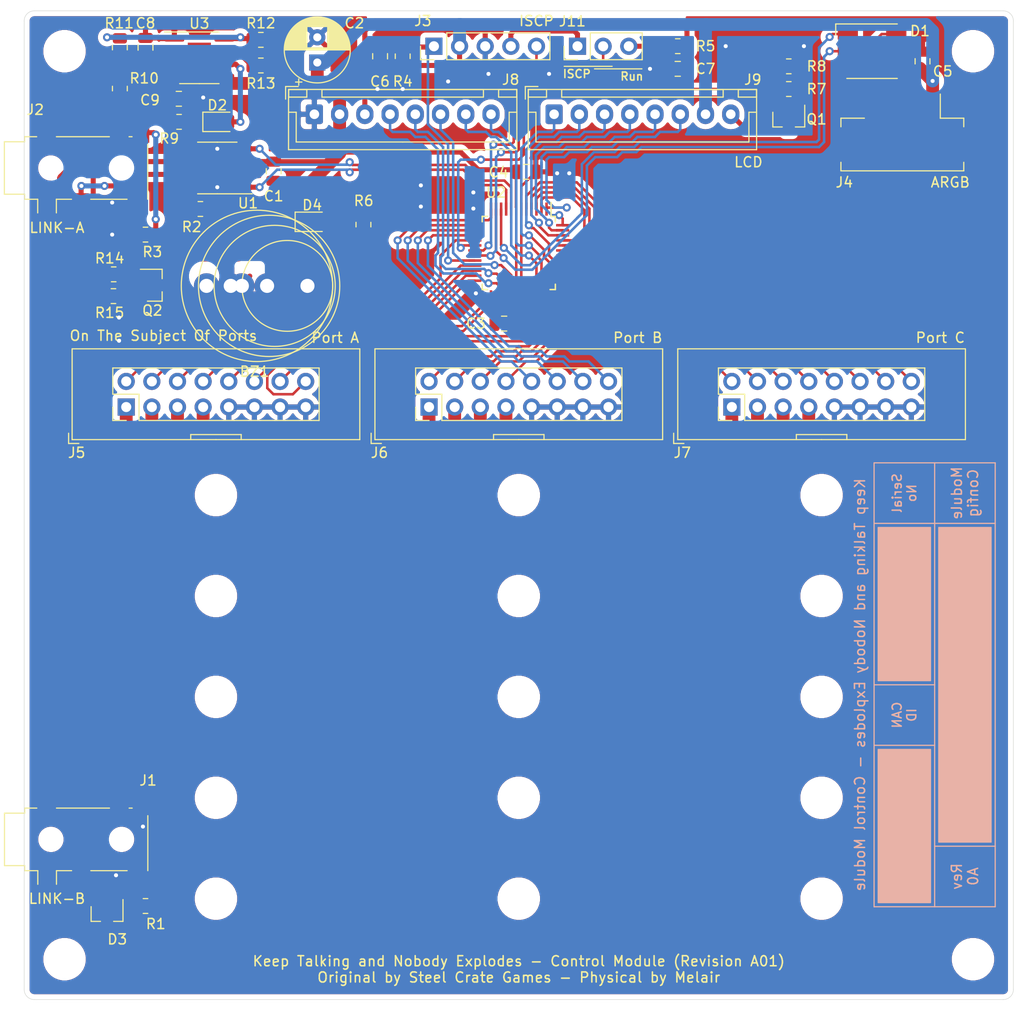
<source format=kicad_pcb>
(kicad_pcb (version 20171130) (host pcbnew "(5.1.9)-1")
  (layers (0 F.Cu signal) (31 B.Cu signal) (34 B.Paste user) (35 F.Paste user) (36 B.SilkS user) (37 F.SilkS user) (38 B.Mask user) (39 F.Mask user) (44 Edge.Cuts user))
  (net 0 "")
  (net 1 +5V)
  (net 2 GND)
  (net 3 ~MCLR~)
  (net 4 VO)
  (net 5 "Net-(R2-Pad1)")
  (net 6 VO-SIGNAL)
  (net 7 "Net-(BZ1-Pad1)")
  (net 8 K-SIGNAL)
  (net 9 "Net-(Q1-Pad1)")
  (net 10 CANTX)
  (net 11 CANRX)
  (net 12 CANL)
  (net 13 CANH)
  (net 14 /D7)
  (net 15 /C4)
  (net 16 /C5)
  (net 17 /C6)
  (net 18 /RS)
  (net 19 /B4)
  (net 20 /B5)
  (net 21 /B6)
  (net 22 /B7)
  (net 23 /RW)
  (net 24 /E)
  (net 25 ICSPDAT-VO)
  (net 26 /A0)
  (net 27 /A1)
  (net 28 /A2)
  (net 29 /A3)
  (net 30 /A4)
  (net 31 /A5)
  (net 32 /AX2)
  (net 33 /A7)
  (net 34 /A6)
  (net 35 /D0)
  (net 36 /D1)
  (net 37 /B0)
  (net 38 /B1)
  (net 39 /B2)
  (net 40 /B3)
  (net 41 /D2)
  (net 42 /D3)
  (net 43 /C0)
  (net 44 /C1)
  (net 45 /C2)
  (net 46 /C3)
  (net 47 /D4)
  (net 48 /D5)
  (net 49 /D6)
  (net 50 K)
  (net 51 ICSPDAT)
  (net 52 ICSPCLK)
  (net 53 "Net-(J1-Pad6)")
  (net 54 "Net-(J1-Pad5)")
  (net 55 "Net-(J2-Pad5)")
  (net 56 "Net-(J2-Pad6)")
  (net 57 "Net-(C8-Pad1)")
  (net 58 "Net-(D2-Pad1)")
  (net 59 "Net-(D2-Pad2)")
  (net 60 +BATT)
  (net 61 "Net-(R10-Pad2)")
  (net 62 "Net-(R11-Pad2)")
  (net 63 "Net-(R13-Pad1)")
  (net 64 "Net-(D1-Pad6)")
  (net 65 "Net-(D1-Pad5)")
  (net 66 ARGB-CLK)
  (net 67 ARGB-DAT)
  (net 68 /C7)
  (net 69 BUZZER)
  (net 70 "Net-(BZ1-Pad2)")
  (net 71 "Net-(Q2-Pad1)")
  (module KTANE:PinHeader_2x08_P2.54mm_Vertical-Centered (layer F.Cu) (at 70 59 90)
    (fp_text reference J6 (at -5.8 -13.8 180) (layer F.SilkS))
    (fp_text value PortB)
    (pad 16 thru_hole oval (at 1.27 8.89 90) (size 1.7 1.7) (drill 1) (layers *.Cu *.Mask) (net 22 /B7))
    (pad 15 thru_hole oval (at -1.27 8.89 90) (size 1.7 1.7) (drill 1) (layers *.Cu *.Mask) (net 2 GND))
    (pad 14 thru_hole oval (at 1.27 6.35 90) (size 1.7 1.7) (drill 1) (layers *.Cu *.Mask) (net 21 /B6))
    (pad 13 thru_hole oval (at -1.27 6.35 90) (size 1.7 1.7) (drill 1) (layers *.Cu *.Mask) (net 2 GND))
    (pad 12 thru_hole oval (at 1.27 3.81 90) (size 1.7 1.7) (drill 1) (layers *.Cu *.Mask) (net 20 /B5))
    (pad 11 thru_hole oval (at -1.27 3.81 90) (size 1.7 1.7) (drill 1) (layers *.Cu *.Mask) (net 2 GND))
    (pad 10 thru_hole oval (at 1.27 1.27 90) (size 1.7 1.7) (drill 1) (layers *.Cu *.Mask) (net 19 /B4))
    (pad 9 thru_hole oval (at -1.27 1.27 90) (size 1.7 1.7) (drill 1) (layers *.Cu *.Mask) (net 2 GND))
    (pad 8 thru_hole oval (at 1.27 -1.27 90) (size 1.7 1.7) (drill 1) (layers *.Cu *.Mask) (net 40 /B3))
    (pad 7 thru_hole oval (at -1.27 -1.27 90) (size 1.7 1.7) (drill 1) (layers *.Cu *.Mask) (net 1 +5V))
    (pad 6 thru_hole oval (at 1.27 -3.81 90) (size 1.7 1.7) (drill 1) (layers *.Cu *.Mask) (net 39 /B2))
    (pad 5 thru_hole oval (at -1.27 -3.81 90) (size 1.7 1.7) (drill 1) (layers *.Cu *.Mask) (net 1 +5V))
    (pad 4 thru_hole oval (at 1.27 -6.35 90) (size 1.7 1.7) (drill 1) (layers *.Cu *.Mask) (net 38 /B1))
    (pad 3 thru_hole oval (at -1.27 -6.35 90) (size 1.7 1.7) (drill 1) (layers *.Cu *.Mask) (net 1 +5V))
    (pad 2 thru_hole oval (at 1.27 -8.89 90) (size 1.7 1.7) (drill 1) (layers *.Cu *.Mask) (net 37 /B0))
    (pad 1 thru_hole rect (at -1.27 -8.89 90) (size 1.7 1.7) (drill 1) (layers *.Cu *.Mask) (net 1 +5V))
  )
  (module KTANE:PinHeader_2x08_P2.54mm_Vertical-Centered (layer F.Cu) (at 100 59 90)
    (fp_text reference J7 (at -5.8 -13.8 180) (layer F.SilkS))
    (fp_text value PortC)
    (pad 16 thru_hole oval (at 1.27 8.89 90) (size 1.7 1.7) (drill 1) (layers *.Cu *.Mask) (net 68 /C7))
    (pad 15 thru_hole oval (at -1.27 8.89 90) (size 1.7 1.7) (drill 1) (layers *.Cu *.Mask) (net 2 GND))
    (pad 14 thru_hole oval (at 1.27 6.35 90) (size 1.7 1.7) (drill 1) (layers *.Cu *.Mask) (net 17 /C6))
    (pad 13 thru_hole oval (at -1.27 6.35 90) (size 1.7 1.7) (drill 1) (layers *.Cu *.Mask) (net 2 GND))
    (pad 12 thru_hole oval (at 1.27 3.81 90) (size 1.7 1.7) (drill 1) (layers *.Cu *.Mask) (net 16 /C5))
    (pad 11 thru_hole oval (at -1.27 3.81 90) (size 1.7 1.7) (drill 1) (layers *.Cu *.Mask) (net 2 GND))
    (pad 10 thru_hole oval (at 1.27 1.27 90) (size 1.7 1.7) (drill 1) (layers *.Cu *.Mask) (net 15 /C4))
    (pad 9 thru_hole oval (at -1.27 1.27 90) (size 1.7 1.7) (drill 1) (layers *.Cu *.Mask) (net 2 GND))
    (pad 8 thru_hole oval (at 1.27 -1.27 90) (size 1.7 1.7) (drill 1) (layers *.Cu *.Mask) (net 46 /C3))
    (pad 7 thru_hole oval (at -1.27 -1.27 90) (size 1.7 1.7) (drill 1) (layers *.Cu *.Mask) (net 1 +5V))
    (pad 6 thru_hole oval (at 1.27 -3.81 90) (size 1.7 1.7) (drill 1) (layers *.Cu *.Mask) (net 45 /C2))
    (pad 5 thru_hole oval (at -1.27 -3.81 90) (size 1.7 1.7) (drill 1) (layers *.Cu *.Mask) (net 1 +5V))
    (pad 4 thru_hole oval (at 1.27 -6.35 90) (size 1.7 1.7) (drill 1) (layers *.Cu *.Mask) (net 44 /C1))
    (pad 3 thru_hole oval (at -1.27 -6.35 90) (size 1.7 1.7) (drill 1) (layers *.Cu *.Mask) (net 1 +5V))
    (pad 2 thru_hole oval (at 1.27 -8.89 90) (size 1.7 1.7) (drill 1) (layers *.Cu *.Mask) (net 43 /C0))
    (pad 1 thru_hole rect (at -1.27 -8.89 90) (size 1.7 1.7) (drill 1) (layers *.Cu *.Mask) (net 1 +5V))
  )
  (module KTANE:PinHeader_2x08_P2.54mm_Vertical-Centered (layer F.Cu) (at 40 59 90)
    (fp_text reference J5 (at -5.8 -13.8) (layer F.SilkS))
    (fp_text value PortA)
    (pad 16 thru_hole oval (at 1.27 8.89 90) (size 1.7 1.7) (drill 1) (layers *.Cu *.Mask) (net 33 /A7))
    (pad 15 thru_hole oval (at -1.27 8.89 90) (size 1.7 1.7) (drill 1) (layers *.Cu *.Mask) (net 2 GND))
    (pad 14 thru_hole oval (at 1.27 6.35 90) (size 1.7 1.7) (drill 1) (layers *.Cu *.Mask) (net 34 /A6))
    (pad 13 thru_hole oval (at -1.27 6.35 90) (size 1.7 1.7) (drill 1) (layers *.Cu *.Mask) (net 2 GND))
    (pad 12 thru_hole oval (at 1.27 3.81 90) (size 1.7 1.7) (drill 1) (layers *.Cu *.Mask) (net 31 /A5))
    (pad 11 thru_hole oval (at -1.27 3.81 90) (size 1.7 1.7) (drill 1) (layers *.Cu *.Mask) (net 2 GND))
    (pad 10 thru_hole oval (at 1.27 1.27 90) (size 1.7 1.7) (drill 1) (layers *.Cu *.Mask) (net 30 /A4))
    (pad 9 thru_hole oval (at -1.27 1.27 90) (size 1.7 1.7) (drill 1) (layers *.Cu *.Mask) (net 2 GND))
    (pad 8 thru_hole oval (at 1.27 -1.27 90) (size 1.7 1.7) (drill 1) (layers *.Cu *.Mask) (net 29 /A3))
    (pad 7 thru_hole oval (at -1.27 -1.27 90) (size 1.7 1.7) (drill 1) (layers *.Cu *.Mask) (net 1 +5V))
    (pad 6 thru_hole oval (at 1.27 -3.81 90) (size 1.7 1.7) (drill 1) (layers *.Cu *.Mask) (net 28 /A2))
    (pad 5 thru_hole oval (at -1.27 -3.81 90) (size 1.7 1.7) (drill 1) (layers *.Cu *.Mask) (net 1 +5V))
    (pad 4 thru_hole oval (at 1.27 -6.35 90) (size 1.7 1.7) (drill 1) (layers *.Cu *.Mask) (net 27 /A1))
    (pad 3 thru_hole oval (at -1.27 -6.35 90) (size 1.7 1.7) (drill 1) (layers *.Cu *.Mask) (net 1 +5V))
    (pad 2 thru_hole oval (at 1.27 -8.89 90) (size 1.7 1.7) (drill 1) (layers *.Cu *.Mask) (net 26 /A0))
    (pad 1 thru_hole rect (at -1.27 -8.89 90) (size 1.7 1.7) (drill 1) (layers *.Cu *.Mask) (net 1 +5V))
  )
  (module KTANE:MultisizeBuzzer (layer F.Cu) (at 43.815 48.26 180)
    (fp_text reference BZ1 (at 0 -8.5) (layer F.SilkS))
    (fp_text value Buzzer)
    (pad 2 thru_hole circle (at 4.75 0 180) (size 2.5 2.5) (drill 1.4) (layers *.Cu *.Mask) (net 70 "Net-(BZ1-Pad2)"))
    (pad 2 thru_hole circle (at 2.35 0 180) (size 2.5 2.5) (drill 1.4) (layers *.Cu *.Mask) (net 70 "Net-(BZ1-Pad2)"))
    (pad 2 thru_hole circle (at 1.25 0 180) (size 2.5 2.5) (drill 1.4) (layers *.Cu *.Mask) (net 70 "Net-(BZ1-Pad2)"))
    (pad 2 thru_hole circle (at -1.25 0 180) (size 2.5 2.5) (drill 1.4) (layers *.Cu *.Mask) (net 70 "Net-(BZ1-Pad2)"))
    (pad 1 thru_hole circle (at -5.25 0 180) (size 2.5 2.5) (drill 1.4) (layers *.Cu *.Mask) (net 7 "Net-(BZ1-Pad1)"))
  )
  (module Diode_SMD:D_0805_2012Metric (layer F.Cu) (at 49.53 41.91)
    (fp_text reference D4 (at 0 -1.65) (layer F.SilkS))
    (fp_text value D)
    (pad 2 smd roundrect (at 0.9375 0) (size 0.975 1.4) (layers F.Cu F.Paste F.Mask) (net 70 "Net-(BZ1-Pad2)"))
    (pad 1 smd roundrect (at -0.9375 0) (size 0.975 1.4) (layers F.Cu F.Paste F.Mask) (net 7 "Net-(BZ1-Pad1)"))
  )
  (module Capacitor_SMD:C_0805_2012Metric (layer F.Cu) (at 110 26 90)
    (fp_text reference C5 (at -1 2 180) (layer F.SilkS))
    (fp_text value 0.1μF)
    (pad 2 smd roundrect (at 0.95 0 90) (size 1 1.45) (layers F.Cu F.Paste F.Mask) (net 2 GND))
    (pad 1 smd roundrect (at -0.95 0 90) (size 1 1.45) (layers F.Cu F.Paste F.Mask) (net 1 +5V))
  )
  (module Connector_JST:JST_PH_B4B-PH-SM4-TB_1x04-1MP_P2.00mm_Vertical (layer F.Cu) (at 108 32.5 180)
    (fp_text reference J4 (at 5.75 -5.5) (layer F.SilkS))
    (fp_text value Conn_01x04)
    (pad MP smd roundrect (at 5.4 -1.75 180) (size 1.6 3) (layers F.Cu F.Paste F.Mask) (roundrect_rratio 0.15625))
    (pad MP smd roundrect (at -5.4 -1.75 180) (size 1.6 3) (layers F.Cu F.Paste F.Mask) (roundrect_rratio 0.15625))
    (pad 4 smd roundrect (at 3 0.5 180) (size 1 5.5) (layers F.Cu F.Paste F.Mask) (net 64 "Net-(D1-Pad6)"))
    (pad 3 smd roundrect (at 1 0.5 180) (size 1 5.5) (layers F.Cu F.Paste F.Mask) (net 65 "Net-(D1-Pad5)"))
    (pad 2 smd roundrect (at -1 0.5 180) (size 1 5.5) (layers F.Cu F.Paste F.Mask) (net 2 GND))
    (pad 1 smd roundrect (at -3 0.5 180) (size 1 5.5) (layers F.Cu F.Paste F.Mask) (net 1 +5V))
  )
  (module Connector_JST:JST_XH_B8B-XH-A_1x08_P2.50mm_Vertical (layer F.Cu) (at 49.75 31.25)
    (fp_text reference J8 (at 19.445 -3.429) (layer F.SilkS))
    (fp_text value Conn_01x08)
    (pad 1 thru_hole roundrect (at 0 0) (size 1.7 1.95) (drill 0.95) (layers *.Cu *.Mask) (roundrect_rratio 0.147059) (net 2 GND))
    (pad 2 thru_hole oval (at 2.5 0) (size 1.7 1.95) (drill 0.95) (layers *.Cu *.Mask) (net 1 +5V))
    (pad 3 thru_hole oval (at 5 0) (size 1.7 1.95) (drill 0.95) (layers *.Cu *.Mask) (net 4 VO))
    (pad 4 thru_hole oval (at 7.5 0) (size 1.7 1.95) (drill 0.95) (layers *.Cu *.Mask) (net 18 /RS))
    (pad 5 thru_hole oval (at 10 0) (size 1.7 1.95) (drill 0.95) (layers *.Cu *.Mask) (net 23 /RW))
    (pad 6 thru_hole oval (at 12.5 0) (size 1.7 1.95) (drill 0.95) (layers *.Cu *.Mask) (net 24 /E))
    (pad 7 thru_hole oval (at 15 0) (size 1.7 1.95) (drill 0.95) (layers *.Cu *.Mask) (net 35 /D0))
    (pad 8 thru_hole oval (at 17.5 0) (size 1.7 1.95) (drill 0.95) (layers *.Cu *.Mask) (net 36 /D1))
  )
  (module MountingHole:MountingHole_3.2mm_M3 (layer F.Cu) (at 40 99)
    (fp_text reference REF** hide)
    (fp_text value MountingHole_3.2mm_M3)
    (pad 1 np_thru_hole circle (at 0 0) (size 3.2 3.2) (drill 3.2) (layers *.Cu *.Mask))
  )
  (module MountingHole:MountingHole_3.2mm_M3 (layer F.Cu) (at 40 79)
    (fp_text reference REF** hide)
    (fp_text value MountingHole_3.2mm_M3)
    (pad 1 np_thru_hole circle (at 0 0) (size 3.2 3.2) (drill 3.2) (layers *.Cu *.Mask))
  )
  (module MountingHole:MountingHole_3.2mm_M3 (layer F.Cu) (at 40 109)
    (fp_text reference REF** hide)
    (fp_text value MountingHole_3.2mm_M3)
    (pad 1 np_thru_hole circle (at 0 0) (size 3.2 3.2) (drill 3.2) (layers *.Cu *.Mask))
  )
  (module MountingHole:MountingHole_3.2mm_M3 (layer F.Cu) (at 40 69)
    (fp_text reference REF** hide)
    (fp_text value MountingHole_3.2mm_M3)
    (pad 1 np_thru_hole circle (at 0 0) (size 3.2 3.2) (drill 3.2) (layers *.Cu *.Mask))
  )
  (module MountingHole:MountingHole_3.2mm_M3 (layer F.Cu) (at 40 89)
    (fp_text reference REF** hide)
    (fp_text value MountingHole_3.2mm_M3)
    (pad 1 np_thru_hole circle (at 0 0) (size 3.2 3.2) (drill 3.2) (layers *.Cu *.Mask))
  )
  (module MountingHole:MountingHole_3.2mm_M3 (layer F.Cu) (at 100 89)
    (fp_text reference REF** hide)
    (fp_text value MountingHole_3.2mm_M3)
    (pad 1 np_thru_hole circle (at 0 0) (size 3.2 3.2) (drill 3.2) (layers *.Cu *.Mask))
  )
  (module MountingHole:MountingHole_3.2mm_M3 (layer F.Cu) (at 100 109)
    (fp_text reference REF** hide)
    (fp_text value MountingHole_3.2mm_M3)
    (pad 1 np_thru_hole circle (at 0 0) (size 3.2 3.2) (drill 3.2) (layers *.Cu *.Mask))
  )
  (module MountingHole:MountingHole_3.2mm_M3 (layer F.Cu) (at 100 99)
    (fp_text reference REF** hide)
    (fp_text value MountingHole_3.2mm_M3)
    (pad 1 np_thru_hole circle (at 0 0) (size 3.2 3.2) (drill 3.2) (layers *.Cu *.Mask))
  )
  (module MountingHole:MountingHole_3.2mm_M3 (layer F.Cu) (at 100 69)
    (fp_text reference REF** hide)
    (fp_text value MountingHole_3.2mm_M3)
    (pad 1 np_thru_hole circle (at 0 0) (size 3.2 3.2) (drill 3.2) (layers *.Cu *.Mask))
  )
  (module MountingHole:MountingHole_3.2mm_M3 (layer F.Cu) (at 100 79)
    (fp_text reference REF** hide)
    (fp_text value MountingHole_3.2mm_M3)
    (pad 1 np_thru_hole circle (at 0 0) (size 3.2 3.2) (drill 3.2) (layers *.Cu *.Mask))
  )
  (module MountingHole:MountingHole_3.2mm_M3 (layer F.Cu) (at 70 109)
    (fp_text reference REF** hide)
    (fp_text value MountingHole_3.2mm_M3)
    (pad 1 np_thru_hole circle (at 0 0) (size 3.2 3.2) (drill 3.2) (layers *.Cu *.Mask))
  )
  (module MountingHole:MountingHole_3.2mm_M3 (layer F.Cu) (at 70 99)
    (fp_text reference REF** hide)
    (fp_text value MountingHole_3.2mm_M3)
    (pad 1 np_thru_hole circle (at 0 0) (size 3.2 3.2) (drill 3.2) (layers *.Cu *.Mask))
  )
  (module MountingHole:MountingHole_3.2mm_M3 (layer F.Cu) (at 70 89)
    (fp_text reference REF** hide)
    (fp_text value MountingHole_3.2mm_M3)
    (pad 1 np_thru_hole circle (at 0 0) (size 3.2 3.2) (drill 3.2) (layers *.Cu *.Mask))
  )
  (module MountingHole:MountingHole_3.2mm_M3 (layer F.Cu) (at 70 79)
    (fp_text reference REF** hide)
    (fp_text value MountingHole_3.2mm_M3)
    (pad 1 np_thru_hole circle (at 0 0) (size 3.2 3.2) (drill 3.2) (layers *.Cu *.Mask))
  )
  (module MountingHole:MountingHole_3.2mm_M3 (layer F.Cu) (at 70 69)
    (fp_text reference REF** hide)
    (fp_text value MountingHole_3.2mm_M3)
    (pad 1 np_thru_hole circle (at 0 0) (size 3.2 3.2) (drill 3.2) (layers *.Cu *.Mask))
  )
  (module Package_QFP:TQFP-48_7x7mm_P0.5mm (layer F.Cu) (at 70 45 270)
    (fp_text reference U2 (at -6 2.25 180) (layer F.SilkS))
    (fp_text value PIC18F57Q84)
    (pad 1 smd rect (at -4.35 -2.75 270) (size 1.3 0.25) (layers F.Cu F.Paste F.Mask) (net 14 /D7))
    (pad 2 smd rect (at -4.35 -2.25 270) (size 1.3 0.25) (layers F.Cu F.Paste F.Mask) (net 15 /C4))
    (pad 3 smd rect (at -4.35 -1.75 270) (size 1.3 0.25) (layers F.Cu F.Paste F.Mask) (net 16 /C5))
    (pad 4 smd rect (at -4.35 -1.25 270) (size 1.3 0.25) (layers F.Cu F.Paste F.Mask) (net 17 /C6))
    (pad 5 smd rect (at -4.35 -0.75 270) (size 1.3 0.25) (layers F.Cu F.Paste F.Mask) (net 68 /C7))
    (pad 6 smd rect (at -4.35 -0.25 270) (size 1.3 0.25) (layers F.Cu F.Paste F.Mask) (net 2 GND))
    (pad 7 smd rect (at -4.35 0.25 270) (size 1.3 0.25) (layers F.Cu F.Paste F.Mask) (net 1 +5V))
    (pad 8 smd rect (at -4.35 0.75 270) (size 1.3 0.25) (layers F.Cu F.Paste F.Mask) (net 11 CANRX))
    (pad 9 smd rect (at -4.35 1.25 270) (size 1.3 0.25) (layers F.Cu F.Paste F.Mask) (net 10 CANTX))
    (pad 10 smd rect (at -4.35 1.75 270) (size 1.3 0.25) (layers F.Cu F.Paste F.Mask) (net 67 ARGB-DAT))
    (pad 11 smd rect (at -4.35 2.25 270) (size 1.3 0.25) (layers F.Cu F.Paste F.Mask) (net 66 ARGB-CLK))
    (pad 12 smd rect (at -4.35 2.75 270) (size 1.3 0.25) (layers F.Cu F.Paste F.Mask) (net 19 /B4))
    (pad 13 smd rect (at -2.75 4.35) (size 1.3 0.25) (layers F.Cu F.Paste F.Mask) (net 20 /B5))
    (pad 14 smd rect (at -2.25 4.35) (size 1.3 0.25) (layers F.Cu F.Paste F.Mask) (net 21 /B6))
    (pad 15 smd rect (at -1.75 4.35) (size 1.3 0.25) (layers F.Cu F.Paste F.Mask) (net 22 /B7))
    (pad 16 smd rect (at -1.25 4.35) (size 1.3 0.25) (layers F.Cu F.Paste F.Mask) (net 69 BUZZER))
    (pad 17 smd rect (at -0.75 4.35) (size 1.3 0.25) (layers F.Cu F.Paste F.Mask) (net 8 K-SIGNAL))
    (pad 18 smd rect (at -0.25 4.35) (size 1.3 0.25) (layers F.Cu F.Paste F.Mask) (net 52 ICSPCLK))
    (pad 19 smd rect (at 0.25 4.35) (size 1.3 0.25) (layers F.Cu F.Paste F.Mask) (net 25 ICSPDAT-VO))
    (pad 20 smd rect (at 0.75 4.35) (size 1.3 0.25) (layers F.Cu F.Paste F.Mask) (net 3 ~MCLR~))
    (pad 21 smd rect (at 1.25 4.35) (size 1.3 0.25) (layers F.Cu F.Paste F.Mask) (net 26 /A0))
    (pad 22 smd rect (at 1.75 4.35) (size 1.3 0.25) (layers F.Cu F.Paste F.Mask) (net 27 /A1))
    (pad 23 smd rect (at 2.25 4.35) (size 1.3 0.25) (layers F.Cu F.Paste F.Mask) (net 28 /A2))
    (pad 24 smd rect (at 2.75 4.35) (size 1.3 0.25) (layers F.Cu F.Paste F.Mask) (net 29 /A3))
    (pad 25 smd rect (at 4.35 2.75 270) (size 1.3 0.25) (layers F.Cu F.Paste F.Mask) (net 30 /A4))
    (pad 26 smd rect (at 4.35 2.25 270) (size 1.3 0.25) (layers F.Cu F.Paste F.Mask) (net 31 /A5))
    (pad 27 smd rect (at 4.35 1.75 270) (size 1.3 0.25) (layers F.Cu F.Paste F.Mask) (net 18 /RS))
    (pad 28 smd rect (at 4.35 1.25 270) (size 1.3 0.25) (layers F.Cu F.Paste F.Mask) (net 23 /RW))
    (pad 29 smd rect (at 4.35 0.75 270) (size 1.3 0.25) (layers F.Cu F.Paste F.Mask) (net 24 /E))
    (pad 30 smd rect (at 4.35 0.25 270) (size 1.3 0.25) (layers F.Cu F.Paste F.Mask) (net 1 +5V))
    (pad 31 smd rect (at 4.35 -0.25 270) (size 1.3 0.25) (layers F.Cu F.Paste F.Mask) (net 2 GND))
    (pad 32 smd rect (at 4.35 -0.75 270) (size 1.3 0.25) (layers F.Cu F.Paste F.Mask) (net 33 /A7))
    (pad 33 smd rect (at 4.35 -1.25 270) (size 1.3 0.25) (layers F.Cu F.Paste F.Mask) (net 34 /A6))
    (pad 34 smd rect (at 4.35 -1.75 270) (size 1.3 0.25) (layers F.Cu F.Paste F.Mask) (net 35 /D0))
    (pad 35 smd rect (at 4.35 -2.25 270) (size 1.3 0.25) (layers F.Cu F.Paste F.Mask) (net 36 /D1))
    (pad 36 smd rect (at 4.35 -2.75 270) (size 1.3 0.25) (layers F.Cu F.Paste F.Mask) (net 37 /B0))
    (pad 37 smd rect (at 2.75 -4.35) (size 1.3 0.25) (layers F.Cu F.Paste F.Mask) (net 38 /B1))
    (pad 38 smd rect (at 2.25 -4.35) (size 1.3 0.25) (layers F.Cu F.Paste F.Mask) (net 39 /B2))
    (pad 39 smd rect (at 1.75 -4.35) (size 1.3 0.25) (layers F.Cu F.Paste F.Mask) (net 40 /B3))
    (pad 40 smd rect (at 1.25 -4.35) (size 1.3 0.25) (layers F.Cu F.Paste F.Mask) (net 41 /D2))
    (pad 41 smd rect (at 0.75 -4.35) (size 1.3 0.25) (layers F.Cu F.Paste F.Mask) (net 42 /D3))
    (pad 42 smd rect (at 0.25 -4.35) (size 1.3 0.25) (layers F.Cu F.Paste F.Mask) (net 43 /C0))
    (pad 43 smd rect (at -0.25 -4.35) (size 1.3 0.25) (layers F.Cu F.Paste F.Mask) (net 44 /C1))
    (pad 44 smd rect (at -0.75 -4.35) (size 1.3 0.25) (layers F.Cu F.Paste F.Mask) (net 45 /C2))
    (pad 45 smd rect (at -1.25 -4.35) (size 1.3 0.25) (layers F.Cu F.Paste F.Mask) (net 46 /C3))
    (pad 46 smd rect (at -1.75 -4.35) (size 1.3 0.25) (layers F.Cu F.Paste F.Mask) (net 47 /D4))
    (pad 47 smd rect (at -2.25 -4.35) (size 1.3 0.25) (layers F.Cu F.Paste F.Mask) (net 48 /D5))
    (pad 48 smd rect (at -2.75 -4.35) (size 1.3 0.25) (layers F.Cu F.Paste F.Mask) (net 49 /D6))
  )
  (module LED_SMD:LED_RGB_5050-6 (layer F.Cu) (at 105 25)
    (fp_text reference D1 (at 4.75 -2 180) (layer F.SilkS))
    (fp_text value APA102)
    (pad 6 smd rect (at 2.4 -1.7 90) (size 1.1 2) (layers F.Cu F.Paste F.Mask) (net 64 "Net-(D1-Pad6)"))
    (pad 5 smd rect (at 2.4 0 90) (size 1.1 2) (layers F.Cu F.Paste F.Mask) (net 65 "Net-(D1-Pad5)"))
    (pad 4 smd rect (at 2.4 1.7 90) (size 1.1 2) (layers F.Cu F.Paste F.Mask) (net 1 +5V))
    (pad 3 smd rect (at -2.4 1.7 90) (size 1.1 2) (layers F.Cu F.Paste F.Mask) (net 2 GND))
    (pad 2 smd rect (at -2.4 0 90) (size 1.1 2) (layers F.Cu F.Paste F.Mask) (net 66 ARGB-CLK))
    (pad 1 smd rect (at -2.4 -1.7 90) (size 1.1 2) (layers F.Cu F.Paste F.Mask) (net 67 ARGB-DAT))
  )
  (module MountingHole:MountingHole_3.2mm_M3 (layer F.Cu) (at 115 25)
    (fp_text reference REF** hide)
    (fp_text value MountingHole_3.2mm_M3)
    (pad 1 np_thru_hole circle (at 0 0) (size 3.2 3.2) (drill 3.2) (layers *.Cu *.Mask))
  )
  (module Capacitor_SMD:C_0805_2012Metric (layer F.Cu) (at 68.55 52)
    (fp_text reference C3 (at -2.8 0) (layer F.SilkS))
    (fp_text value 0.1μF)
    (pad 1 smd roundrect (at -0.95 0) (size 1 1.45) (layers F.Cu F.Paste F.Mask) (net 1 +5V))
    (pad 2 smd roundrect (at 0.95 0) (size 1 1.45) (layers F.Cu F.Paste F.Mask) (net 2 GND))
  )
  (module MountingHole:MountingHole_3.2mm_M3 (layer F.Cu) (at 115 115)
    (fp_text reference REF** hide)
    (fp_text value MountingHole_3.2mm_M3)
    (pad 1 np_thru_hole circle (at 0 0) (size 3.2 3.2) (drill 3.2) (layers *.Cu *.Mask))
  )
  (module MountingHole:MountingHole_3.2mm_M3 (layer F.Cu) (at 25 25)
    (fp_text reference REF** hide)
    (fp_text value MountingHole_3.2mm_M3)
    (pad 1 np_thru_hole circle (at 0 0) (size 3.2 3.2) (drill 3.2) (layers *.Cu *.Mask))
  )
  (module Capacitor_THT:CP_Radial_D6.3mm_P2.50mm (layer F.Cu) (at 50.038 26.122 90)
    (fp_text reference C2 (at 3.897 3.683 180) (layer F.SilkS))
    (fp_text value 100μF)
    (pad 1 thru_hole rect (at 0 0 90) (size 1.6 1.6) (drill 0.8) (layers *.Cu *.Mask) (net 1 +5V))
    (pad 2 thru_hole circle (at 2.5 0 90) (size 1.6 1.6) (drill 0.8) (layers *.Cu *.Mask) (net 2 GND))
  )
  (module MountingHole:MountingHole_3.2mm_M3 (layer F.Cu) (at 25 115)
    (fp_text reference REF** hide)
    (fp_text value MountingHole_3.2mm_M3)
    (pad 1 np_thru_hole circle (at 0 0) (size 3.2 3.2) (drill 3.2) (layers *.Cu *.Mask))
  )
  (module Capacitor_SMD:C_0805_2012Metric (layer F.Cu) (at 70.739 36.957)
    (fp_text reference C4 (at -2.739 0.043) (layer F.SilkS))
    (fp_text value 0.1μF)
    (pad 2 smd roundrect (at 0.95 0) (size 1 1.45) (layers F.Cu F.Paste F.Mask) (net 2 GND))
    (pad 1 smd roundrect (at -0.95 0) (size 1 1.45) (layers F.Cu F.Paste F.Mask) (net 1 +5V))
  )
  (module Capacitor_SMD:C_0805_2012Metric (layer F.Cu) (at 45.72 36.896 270)
    (fp_text reference C1 (at 2.474 0 180) (layer F.SilkS))
    (fp_text value 0.1μF)
    (pad 2 smd roundrect (at 0.95 0 270) (size 1 1.45) (layers F.Cu F.Paste F.Mask) (net 2 GND))
    (pad 1 smd roundrect (at -0.95 0 270) (size 1 1.45) (layers F.Cu F.Paste F.Mask) (net 1 +5V))
  )
  (module Capacitor_SMD:C_0805_2012Metric (layer F.Cu) (at 56.261 25.5 270)
    (fp_text reference C6 (at 2.5 0.011 180) (layer F.SilkS))
    (fp_text value 0.1μF)
    (pad 1 smd roundrect (at -0.95 0 270) (size 1 1.45) (layers F.Cu F.Paste F.Mask) (net 3 ~MCLR~))
    (pad 2 smd roundrect (at 0.95 0 270) (size 1 1.45) (layers F.Cu F.Paste F.Mask) (net 2 GND))
  )
  (module Resistor_SMD:R_0805_2012Metric (layer F.Cu) (at 33.02 109.728)
    (fp_text reference R1 (at 1.016 1.778) (layer F.SilkS))
    (fp_text value 120)
    (pad 2 smd roundrect (at 0.9125 0) (size 1.025 1.4) (layers F.Cu F.Paste F.Mask) (roundrect_rratio 0.243902) (net 54 "Net-(J1-Pad5)"))
    (pad 1 smd roundrect (at -0.9125 0) (size 1.025 1.4) (layers F.Cu F.Paste F.Mask) (roundrect_rratio 0.243902) (net 53 "Net-(J1-Pad6)"))
  )
  (module Resistor_SMD:R_0805_2012Metric (layer F.Cu) (at 38.4575 40.64)
    (fp_text reference R2 (at -0.8655 1.778) (layer F.SilkS))
    (fp_text value 2k4)
    (pad 2 smd roundrect (at 0.9125 0) (size 1.025 1.4) (layers F.Cu F.Paste F.Mask) (roundrect_rratio 0.243902) (net 2 GND))
    (pad 1 smd roundrect (at -0.9125 0) (size 1.025 1.4) (layers F.Cu F.Paste F.Mask) (roundrect_rratio 0.243902) (net 5 "Net-(R2-Pad1)"))
  )
  (module Connector_Audio:Jack_3.5mm_PJ311_Horizontal (layer F.Cu) (at 27.95 103.124 90)
    (fp_text reference J1 (at 5.842 5.324) (layer F.SilkS))
    (fp_text value LINK-A)
    (pad 6 smd rect (at -3.5 4.2 90) (size 2 1.5) (layers F.Cu F.Paste F.Mask) (net 53 "Net-(J1-Pad6)"))
    (pad 3 smd rect (at -3.5 -1.3 90) (size 2 1.5) (layers F.Cu F.Paste F.Mask) (net 13 CANH))
    (pad 1 smd rect (at -3.5 -4.7 90) (size 2 1.5) (layers F.Cu F.Paste F.Mask) (net 2 GND))
    (pad 5 smd rect (at 3.5 4.7 90) (size 2 1.5) (layers F.Cu F.Paste F.Mask) (net 54 "Net-(J1-Pad5)"))
    (pad 4 smd rect (at 3.5 2.5 90) (size 2 1.5) (layers F.Cu F.Paste F.Mask) (net 12 CANL))
    (pad "" np_thru_hole circle (at 0 -4.3 90) (size 1.5 1.5) (drill 1.5) (layers *.Cu *.Mask))
    (pad "" np_thru_hole circle (at 0 2.7 90) (size 1.5 1.5) (drill 1.5) (layers *.Cu *.Mask))
    (pad 2 smd rect (at 3.5 -4.7 90) (size 2 1.5) (layers F.Cu F.Paste F.Mask) (net 60 +BATT))
  )
  (module Resistor_SMD:R_0805_2012Metric (layer F.Cu) (at 33.02 43.18)
    (fp_text reference R3 (at 0.68 1.72) (layer F.SilkS))
    (fp_text value 120)
    (pad 1 smd roundrect (at -0.9125 0) (size 1.025 1.4) (layers F.Cu F.Paste F.Mask) (roundrect_rratio 0.243902) (net 56 "Net-(J2-Pad6)"))
    (pad 2 smd roundrect (at 0.9125 0) (size 1.025 1.4) (layers F.Cu F.Paste F.Mask) (roundrect_rratio 0.243902) (net 55 "Net-(J2-Pad5)"))
  )
  (module Resistor_SMD:R_0805_2012Metric (layer F.Cu) (at 58.5 25.5 90)
    (fp_text reference R4 (at -2.5 0 180) (layer F.SilkS))
    (fp_text value 47k)
    (pad 1 smd roundrect (at -0.9125 0 90) (size 1.025 1.4) (layers F.Cu F.Paste F.Mask) (roundrect_rratio 0.243902) (net 1 +5V))
    (pad 2 smd roundrect (at 0.9125 0 90) (size 1.025 1.4) (layers F.Cu F.Paste F.Mask) (roundrect_rratio 0.243902) (net 3 ~MCLR~))
  )
  (module Connector_PinHeader_2.54mm:PinHeader_1x03_P2.54mm_Vertical (layer F.Cu) (at 75.819 24.511 90)
    (fp_text reference J11 (at 2.4765 -0.508 180) (layer F.SilkS))
    (fp_text value ICSPDAT/VO)
    (pad 1 thru_hole rect (at 0 0 90) (size 1.7 1.7) (drill 1) (layers *.Cu *.Mask) (net 51 ICSPDAT))
    (pad 2 thru_hole oval (at 0 2.54 90) (size 1.7 1.7) (drill 1) (layers *.Cu *.Mask) (net 25 ICSPDAT-VO))
    (pad 3 thru_hole oval (at 0 5.08 90) (size 1.7 1.7) (drill 1) (layers *.Cu *.Mask) (net 6 VO-SIGNAL))
  )
  (module Package_TO_SOT_SMD:SOT-23 (layer F.Cu) (at 96.75 31.75 270)
    (fp_text reference Q1 (at 0 -2.75 180) (layer F.SilkS))
    (fp_text value Q_NMOS_GSD)
    (pad 1 smd rect (at -1 -0.95 270) (size 0.9 0.8) (layers F.Cu F.Paste F.Mask) (net 9 "Net-(Q1-Pad1)"))
    (pad 2 smd rect (at -1 0.95 270) (size 0.9 0.8) (layers F.Cu F.Paste F.Mask) (net 2 GND))
    (pad 3 smd rect (at 1 0 270) (size 0.9 0.8) (layers F.Cu F.Paste F.Mask) (net 50 K))
  )
  (module Capacitor_SMD:C_0805_2012Metric (layer F.Cu) (at 85.75 26.75 180)
    (fp_text reference C7 (at -2.75 0) (layer F.SilkS))
    (fp_text value 10μF)
    (pad 1 smd roundrect (at -0.95 0 180) (size 1 1.45) (layers F.Cu F.Paste F.Mask) (net 4 VO))
    (pad 2 smd roundrect (at 0.95 0 180) (size 1 1.45) (layers F.Cu F.Paste F.Mask) (net 2 GND))
  )
  (module Connector_Audio:Jack_3.5mm_PJ311_Horizontal (layer F.Cu) (at 27.94 36.576 90)
    (fp_text reference J2 (at 5.776 -5.84) (layer F.SilkS))
    (fp_text value LINK-B)
    (pad 2 smd rect (at 3.5 -4.7 90) (size 2 1.5) (layers F.Cu F.Paste F.Mask) (net 60 +BATT))
    (pad "" np_thru_hole circle (at 0 2.7 90) (size 1.5 1.5) (drill 1.5) (layers *.Cu *.Mask))
    (pad "" np_thru_hole circle (at 0 -4.3 90) (size 1.5 1.5) (drill 1.5) (layers *.Cu *.Mask))
    (pad 4 smd rect (at 3.5 2.5 90) (size 2 1.5) (layers F.Cu F.Paste F.Mask) (net 12 CANL))
    (pad 5 smd rect (at 3.5 4.7 90) (size 2 1.5) (layers F.Cu F.Paste F.Mask) (net 55 "Net-(J2-Pad5)"))
    (pad 1 smd rect (at -3.5 -4.7 90) (size 2 1.5) (layers F.Cu F.Paste F.Mask) (net 2 GND))
    (pad 3 smd rect (at -3.5 -1.3 90) (size 2 1.5) (layers F.Cu F.Paste F.Mask) (net 13 CANH))
    (pad 6 smd rect (at -3.5 4.2 90) (size 2 1.5) (layers F.Cu F.Paste F.Mask) (net 56 "Net-(J2-Pad6)"))
  )
  (module Package_TO_SOT_SMD:SOT-23 (layer F.Cu) (at 29.21 110.49 270)
    (fp_text reference D3 (at 2.54 -1.016 180) (layer F.SilkS))
    (fp_text value NUP2105L)
    (pad 1 smd rect (at -1 -0.95 270) (size 0.9 0.8) (layers F.Cu F.Paste F.Mask) (net 12 CANL))
    (pad 2 smd rect (at -1 0.95 270) (size 0.9 0.8) (layers F.Cu F.Paste F.Mask) (net 13 CANH))
    (pad 3 smd rect (at 1 0 270) (size 0.9 0.8) (layers F.Cu F.Paste F.Mask) (net 2 GND))
  )
  (module Resistor_SMD:R_0805_2012Metric (layer F.Cu) (at 30.48 28.702 90)
    (fp_text reference R10 (at 1.016 2.413 180) (layer F.SilkS))
    (fp_text value 150k)
    (pad 2 smd roundrect (at 0.9125 0 90) (size 1.025 1.4) (layers F.Cu F.Paste F.Mask) (roundrect_rratio 0.243902) (net 61 "Net-(R10-Pad2)"))
    (pad 1 smd roundrect (at -0.9125 0 90) (size 1.025 1.4) (layers F.Cu F.Paste F.Mask) (roundrect_rratio 0.243902) (net 60 +BATT))
  )
  (module Package_SO:SOIC-8_3.9x4.9mm_P1.27mm (layer F.Cu) (at 40.132 36.576 180)
    (fp_text reference U1 (at -3.048 -3.4925) (layer F.SilkS))
    (fp_text value MCP2551-I-SN)
    (pad 1 smd roundrect (at -2.475 -1.905 180) (size 1.95 0.6) (layers F.Cu F.Paste F.Mask) (net 10 CANTX))
    (pad 2 smd roundrect (at -2.475 -0.635 180) (size 1.95 0.6) (layers F.Cu F.Paste F.Mask) (net 2 GND))
    (pad 3 smd roundrect (at -2.475 0.635 180) (size 1.95 0.6) (layers F.Cu F.Paste F.Mask) (net 1 +5V))
    (pad 4 smd roundrect (at -2.475 1.905 180) (size 1.95 0.6) (layers F.Cu F.Paste F.Mask) (net 11 CANRX))
    (pad 5 smd roundrect (at 2.475 1.905 180) (size 1.95 0.6) (layers F.Cu F.Paste F.Mask))
    (pad 6 smd roundrect (at 2.475 0.635 180) (size 1.95 0.6) (layers F.Cu F.Paste F.Mask) (net 12 CANL))
    (pad 7 smd roundrect (at 2.475 -0.635 180) (size 1.95 0.6) (layers F.Cu F.Paste F.Mask) (net 13 CANH))
    (pad 8 smd roundrect (at 2.475 -1.905 180) (size 1.95 0.6) (layers F.Cu F.Paste F.Mask) (net 5 "Net-(R2-Pad1)"))
  )
  (module Resistor_SMD:R_0805_2012Metric (layer F.Cu) (at 54.61 42.1875 270)
    (fp_text reference R6 (at -2.354 -0.026 180) (layer F.SilkS))
    (fp_text value 1k)
    (pad 2 smd roundrect (at 0.9125 0 270) (size 1.025 1.4) (layers F.Cu F.Paste F.Mask) (roundrect_rratio 0.243902) (net 7 "Net-(BZ1-Pad1)"))
    (pad 1 smd roundrect (at -0.9125 0 270) (size 1.025 1.4) (layers F.Cu F.Paste F.Mask) (roundrect_rratio 0.243902) (net 1 +5V))
  )
  (module Resistor_SMD:R_0805_2012Metric (layer F.Cu) (at 85.75 24.5 180)
    (fp_text reference R5 (at -2.75 0) (layer F.SilkS))
    (fp_text value 1k)
    (pad 2 smd roundrect (at 0.9125 0 180) (size 1.025 1.4) (layers F.Cu F.Paste F.Mask) (roundrect_rratio 0.243902) (net 6 VO-SIGNAL))
    (pad 1 smd roundrect (at -0.9125 0 180) (size 1.025 1.4) (layers F.Cu F.Paste F.Mask) (roundrect_rratio 0.243902) (net 4 VO))
  )
  (module Resistor_SMD:R_0805_2012Metric (layer F.Cu) (at 96.75 28.75 180)
    (fp_text reference R7 (at -2.75 0) (layer F.SilkS))
    (fp_text value 120)
    (pad 1 smd roundrect (at -0.9125 0 180) (size 1.025 1.4) (layers F.Cu F.Paste F.Mask) (roundrect_rratio 0.243902) (net 9 "Net-(Q1-Pad1)"))
    (pad 2 smd roundrect (at 0.9125 0 180) (size 1.025 1.4) (layers F.Cu F.Paste F.Mask) (roundrect_rratio 0.243902) (net 8 K-SIGNAL))
  )
  (module Resistor_SMD:R_0805_2012Metric (layer F.Cu) (at 96.75 26.5 180)
    (fp_text reference R8 (at -2.75 0) (layer F.SilkS))
    (fp_text value 47k)
    (pad 2 smd roundrect (at 0.9125 0 180) (size 1.025 1.4) (layers F.Cu F.Paste F.Mask) (roundrect_rratio 0.243902) (net 8 K-SIGNAL))
    (pad 1 smd roundrect (at -0.9125 0 180) (size 1.025 1.4) (layers F.Cu F.Paste F.Mask) (roundrect_rratio 0.243902) (net 2 GND))
  )
  (module Capacitor_SMD:C_0805_2012Metric (layer F.Cu) (at 33.02 24.638 90)
    (fp_text reference C8 (at 2.413 0 180) (layer F.SilkS))
    (fp_text value 2.2nF)
    (pad 1 smd roundrect (at -0.95 0 90) (size 1 1.45) (layers F.Cu F.Paste F.Mask) (net 57 "Net-(C8-Pad1)"))
    (pad 2 smd roundrect (at 0.95 0 90) (size 1 1.45) (layers F.Cu F.Paste F.Mask) (net 2 GND))
  )
  (module LED_SMD:LED_0805_2012Metric (layer F.Cu) (at 40.386 32.004)
    (fp_text reference D2 (at -0.254 -1.651) (layer F.SilkS))
    (fp_text value LED)
    (pad 1 smd roundrect (at -0.9375 0) (size 0.975 1.4) (layers F.Cu F.Paste F.Mask) (net 58 "Net-(D2-Pad1)"))
    (pad 2 smd roundrect (at 0.9375 0) (size 0.975 1.4) (layers F.Cu F.Paste F.Mask) (net 59 "Net-(D2-Pad2)"))
  )
  (module Resistor_SMD:R_0805_2012Metric (layer F.Cu) (at 36.3455 32.004)
    (fp_text reference R9 (at -0.976 1.651) (layer F.SilkS))
    (fp_text value 1k)
    (pad 1 smd roundrect (at -0.9125 0) (size 1.025 1.4) (layers F.Cu F.Paste F.Mask) (roundrect_rratio 0.243902) (net 60 +BATT))
    (pad 2 smd roundrect (at 0.9125 0) (size 1.025 1.4) (layers F.Cu F.Paste F.Mask) (roundrect_rratio 0.243902) (net 58 "Net-(D2-Pad1)"))
  )
  (module Resistor_SMD:R_0805_2012Metric (layer F.Cu) (at 30.48 24.638 90)
    (fp_text reference R11 (at 2.413 -0.0635) (layer F.SilkS))
    (fp_text value 18k)
    (pad 1 smd roundrect (at -0.9125 0 90) (size 1.025 1.4) (layers F.Cu F.Paste F.Mask) (roundrect_rratio 0.243902) (net 61 "Net-(R10-Pad2)"))
    (pad 2 smd roundrect (at 0.9125 0 90) (size 1.025 1.4) (layers F.Cu F.Paste F.Mask) (roundrect_rratio 0.243902) (net 62 "Net-(R11-Pad2)"))
  )
  (module Resistor_SMD:R_0805_2012Metric (layer F.Cu) (at 44.45 23.876)
    (fp_text reference R12 (at 0 -1.65) (layer F.SilkS))
    (fp_text value 47k)
    (pad 2 smd roundrect (at 0.9125 0) (size 1.025 1.4) (layers F.Cu F.Paste F.Mask) (roundrect_rratio 0.243902) (net 2 GND))
    (pad 1 smd roundrect (at -0.9125 0) (size 1.025 1.4) (layers F.Cu F.Paste F.Mask) (roundrect_rratio 0.243902) (net 62 "Net-(R11-Pad2)"))
  )
  (module Resistor_SMD:R_0805_2012Metric (layer F.Cu) (at 44.45 26.416)
    (fp_text reference R13 (at 0 1.778) (layer F.SilkS))
    (fp_text value 1.5k)
    (pad 1 smd roundrect (at -0.9125 0) (size 1.025 1.4) (layers F.Cu F.Paste F.Mask) (roundrect_rratio 0.243902) (net 63 "Net-(R13-Pad1)"))
    (pad 2 smd roundrect (at 0.9125 0) (size 1.025 1.4) (layers F.Cu F.Paste F.Mask) (roundrect_rratio 0.243902) (net 2 GND))
  )
  (module Package_SO:SOIC-8-1EP_3.9x4.9mm_P1.27mm_EP2.29x3mm (layer F.Cu) (at 38.354 25.654)
    (fp_text reference U3 (at 0 -3.4) (layer F.SilkS))
    (fp_text value TPS259630)
    (pad 1 smd roundrect (at -2.475 -1.905) (size 1.95 0.6) (layers F.Cu F.Paste F.Mask) (net 2 GND))
    (pad 2 smd roundrect (at -2.475 -0.635) (size 1.95 0.6) (layers F.Cu F.Paste F.Mask) (net 57 "Net-(C8-Pad1)"))
    (pad 3 smd roundrect (at -2.475 0.635) (size 1.95 0.6) (layers F.Cu F.Paste F.Mask) (net 61 "Net-(R10-Pad2)"))
    (pad 4 smd roundrect (at -2.475 1.905) (size 1.95 0.6) (layers F.Cu F.Paste F.Mask) (net 60 +BATT))
    (pad 5 smd roundrect (at 2.475 1.905) (size 1.95 0.6) (layers F.Cu F.Paste F.Mask) (net 1 +5V))
    (pad 6 smd roundrect (at 2.475 0.635) (size 1.95 0.6) (layers F.Cu F.Paste F.Mask) (net 59 "Net-(D2-Pad2)"))
    (pad 7 smd roundrect (at 2.475 -0.635) (size 1.95 0.6) (layers F.Cu F.Paste F.Mask) (net 63 "Net-(R13-Pad1)"))
    (pad 8 smd roundrect (at 2.475 -1.905) (size 1.95 0.6) (layers F.Cu F.Paste F.Mask) (net 62 "Net-(R11-Pad2)"))
    (pad 9 smd rect (at 0 0) (size 2.29 3) (layers F.Cu F.Mask))
  )
  (module Package_TO_SOT_SMD:SOT-23 (layer F.Cu) (at 33.909 48.1965)
    (fp_text reference Q2 (at -0.209 2.5035) (layer F.SilkS))
    (fp_text value Q_NMOS_GSD)
    (pad 1 smd rect (at -1 -0.95) (size 0.9 0.8) (layers F.Cu F.Paste F.Mask) (net 71 "Net-(Q2-Pad1)"))
    (pad 2 smd rect (at -1 0.95) (size 0.9 0.8) (layers F.Cu F.Paste F.Mask) (net 2 GND))
    (pad 3 smd rect (at 1 0) (size 0.9 0.8) (layers F.Cu F.Paste F.Mask) (net 70 "Net-(BZ1-Pad2)"))
  )
  (module Resistor_SMD:R_0805_2012Metric (layer F.Cu) (at 29.8685 47.117 180)
    (fp_text reference R14 (at 0.4045 1.5875) (layer F.SilkS))
    (fp_text value 120)
    (pad 2 smd roundrect (at 0.9125 0 180) (size 1.025 1.4) (layers F.Cu F.Paste F.Mask) (roundrect_rratio 0.243902) (net 69 BUZZER))
    (pad 1 smd roundrect (at -0.9125 0 180) (size 1.025 1.4) (layers F.Cu F.Paste F.Mask) (roundrect_rratio 0.243902) (net 71 "Net-(Q2-Pad1)"))
  )
  (module Resistor_SMD:R_0805_2012Metric (layer F.Cu) (at 29.845 49.276 180)
    (fp_text reference R15 (at 0.381 -1.651) (layer F.SilkS))
    (fp_text value 47k)
    (pad 1 smd roundrect (at -0.9125 0 180) (size 1.025 1.4) (layers F.Cu F.Paste F.Mask) (roundrect_rratio 0.243902) (net 2 GND))
    (pad 2 smd roundrect (at 0.9125 0 180) (size 1.025 1.4) (layers F.Cu F.Paste F.Mask) (roundrect_rratio 0.243902) (net 69 BUZZER))
  )
  (module Capacitor_SMD:C_0805_2012Metric (layer F.Cu) (at 36.322 29.718)
    (fp_text reference C9 (at -2.8575 0.127) (layer F.SilkS))
    (fp_text value 0.1μF)
    (pad 1 smd roundrect (at -0.95 0) (size 1 1.45) (layers F.Cu F.Paste F.Mask) (net 60 +BATT))
    (pad 2 smd roundrect (at 0.95 0) (size 1 1.45) (layers F.Cu F.Paste F.Mask) (net 2 GND))
  )
  (module Connector_PinHeader_2.54mm:PinHeader_1x05_P2.54mm_Vertical (layer F.Cu) (at 61.595 24.511 90)
    (fp_text reference J3 (at 2.511 -1.095 180) (layer F.SilkS))
    (fp_text value ICSP)
    (pad 1 thru_hole rect (at 0 0 90) (size 1.7 1.7) (drill 1) (layers *.Cu *.Mask) (net 3 ~MCLR~))
    (pad 2 thru_hole oval (at 0 2.54 90) (size 1.7 1.7) (drill 1) (layers *.Cu *.Mask) (net 1 +5V))
    (pad 3 thru_hole oval (at 0 5.08 90) (size 1.7 1.7) (drill 1) (layers *.Cu *.Mask) (net 2 GND))
    (pad 4 thru_hole oval (at 0 7.62 90) (size 1.7 1.7) (drill 1) (layers *.Cu *.Mask) (net 51 ICSPDAT))
    (pad 5 thru_hole oval (at 0 10.16 90) (size 1.7 1.7) (drill 1) (layers *.Cu *.Mask) (net 52 ICSPCLK))
  )
  (module Connector_JST:JST_XH_B8B-XH-A_1x08_P2.50mm_Vertical (layer F.Cu) (at 73.5 31.25)
    (fp_text reference J9 (at 19.685 -3.429) (layer F.SilkS))
    (fp_text value Conn_01x08)
    (pad 8 thru_hole oval (at 17.5 0) (size 1.7 1.95) (drill 0.95) (layers *.Cu *.Mask) (net 50 K))
    (pad 7 thru_hole oval (at 15 0) (size 1.7 1.95) (drill 0.95) (layers *.Cu *.Mask) (net 1 +5V))
    (pad 6 thru_hole oval (at 12.5 0) (size 1.7 1.95) (drill 0.95) (layers *.Cu *.Mask) (net 14 /D7))
    (pad 5 thru_hole oval (at 10 0) (size 1.7 1.95) (drill 0.95) (layers *.Cu *.Mask) (net 49 /D6))
    (pad 4 thru_hole oval (at 7.5 0) (size 1.7 1.95) (drill 0.95) (layers *.Cu *.Mask) (net 48 /D5))
    (pad 3 thru_hole oval (at 5 0) (size 1.7 1.95) (drill 0.95) (layers *.Cu *.Mask) (net 47 /D4))
    (pad 2 thru_hole oval (at 2.5 0) (size 1.7 1.95) (drill 0.95) (layers *.Cu *.Mask) (net 42 /D3))
    (pad 1 thru_hole roundrect (at 0 0) (size 1.7 1.95) (drill 0.95) (layers *.Cu *.Mask) (roundrect_rratio 0.147059) (net 41 /D2))
  )
  (gr_line (start 86.36 63.881) (end 85.344 63.881) (layer F.SilkS) (width 0.12))
  (gr_line (start 85.344 63.881) (end 85.344 62.865) (layer F.SilkS) (width 0.12))
  (gr_line (start 56.388 63.881) (end 55.372 63.881) (layer F.SilkS) (width 0.12))
  (gr_line (start 55.372 63.881) (end 55.372 62.865) (layer F.SilkS) (width 0.12))
  (gr_line (start 25.4 63.881) (end 25.4 62.865) (layer F.SilkS) (width 0.12))
  (gr_line (start 26.416 63.881) (end 25.4 63.881) (layer F.SilkS) (width 0.12))
  (gr_line (start 111.2 103.8) (end 117.2 103.8) (layer B.SilkS) (width 0.12))
  (gr_text "Rev\nA0" (at 114.2 106.8 90) (layer B.SilkS) (effects (font (size 1 1)) (justify mirror)))
  (gr_text "Keep Talking and Nobody Explodes - Control Module" (at 103.8 87.8 90) (layer B.SilkS) (effects (font (size 1 1)) (justify mirror)))
  (gr_poly (pts (xy 110.8 109.4) (xy 105.6 109.4) (xy 105.6 94.2) (xy 110.8 94.2)) (layer B.SilkS) (width 0.1))
  (gr_line (start 105.2 87.8) (end 111.2 87.8) (layer B.SilkS) (width 0.12))
  (gr_line (start 105.2 93.8) (end 111.2 93.8) (layer B.SilkS) (width 0.12))
  (gr_text "CAN\nID" (at 108.2 90.8 90) (layer B.SilkS) (effects (font (size 0.9 0.9)) (justify mirror)))
  (gr_poly (pts (xy 110.8 87.4) (xy 105.6 87.4) (xy 105.6 72.2) (xy 110.8 72.2)) (layer B.SilkS) (width 0.1))
  (gr_poly (pts (xy 116.8 103.4) (xy 111.6 103.4) (xy 111.6 72.2) (xy 116.8 72.2)) (layer B.SilkS) (width 0.1))
  (gr_line (start 111.2 109.8) (end 111.2 65.8) (layer B.SilkS) (width 0.12))
  (gr_line (start 105.2 71.8) (end 117.2 71.8) (layer B.SilkS) (width 0.12))
  (gr_line (start 105.2 109.8) (end 105.2 65.8) (layer B.SilkS) (width 0.12))
  (gr_line (start 117.2 109.8) (end 105.2 109.8) (layer B.SilkS) (width 0.12))
  (gr_line (start 117.2 65.8) (end 117.2 109.8) (layer B.SilkS) (width 0.12))
  (gr_line (start 105.2 65.8) (end 117.2 65.8) (layer B.SilkS) (width 0.12))
  (gr_text "Module\nConfig" (at 114.2 68.8 90) (layer B.SilkS) (effects (font (size 1 1)) (justify mirror)))
  (gr_text "Serial\nNo" (at 108.2 68.8 90) (layer B.SilkS) (effects (font (size 0.9 0.9)) (justify mirror)))
  (gr_text "On The Subject Of Ports" (at 34.8 53.2) (layer F.SilkS) (effects (font (size 1 1))))
  (gr_text LINK-B (at 24.25 109) (layer F.SilkS) (effects (font (size 1 1))))
  (gr_text LINK-A (at 24.25 42.5) (layer F.SilkS) (effects (font (size 1 1))))
  (gr_text "Port C" (at 111.76 53.4) (layer F.SilkS) (effects (font (size 1 1))))
  (gr_text "Port B" (at 81.788 53.4) (layer F.SilkS) (effects (font (size 1 1))))
  (gr_text "Port A" (at 51.816 53.4) (layer F.SilkS) (effects (font (size 1 1))))
  (gr_text LCD (at 92.75 36) (layer F.SilkS) (effects (font (size 1 1))))
  (gr_text ARGB (at 112.75 38) (layer F.SilkS) (effects (font (size 1 1))))
  (gr_text ISCP (at 71.75 22) (layer F.SilkS) (effects (font (size 1 1))))
  (gr_text Run (at 81.2 27.5) (layer F.SilkS) (effects (font (size 0.8 0.8))))
  (gr_text ISCP (at 75.75 27.25) (layer F.SilkS) (effects (font (size 0.8 0.8))))
  (gr_line (start 77.5 26.75) (end 82.2 26.75) (layer F.SilkS) (width 0.12))
  (gr_line (start 74.5 26.5) (end 79.25 26.5) (layer F.SilkS) (width 0.12))
  (gr_text "Keep Talking and Nobody Explodes - Control Module (Revision A01)\nOriginal by Steel Crate Games - Physical by Melair" (at 70 116) (layer F.SilkS) (effects (font (size 1 1))))
  (gr_arc (start 118 118) (end 118 119) (angle -90) (layer Edge.Cuts) (width 0.05))
  (gr_arc (start 22 118) (end 21 118) (angle -90) (layer Edge.Cuts) (width 0.05))
  (gr_arc (start 22 22) (end 22 21) (angle -90) (layer Edge.Cuts) (width 0.05))
  (gr_arc (start 118 22) (end 119 22) (angle -90) (layer Edge.Cuts) (width 0.05))
  (gr_line (start 119 22) (end 119 118) (layer Edge.Cuts) (width 0.05))
  (gr_line (start 22 21) (end 118 21) (layer Edge.Cuts) (width 0.05))
  (gr_line (start 21 118) (end 21 22) (layer Edge.Cuts) (width 0.05))
  (gr_line (start 118 119) (end 22 119) (layer Edge.Cuts) (width 0.05))
  (segment (start 45.715 35.941) (end 45.72 35.946) (width 0.5) (layer F.Cu) (net 1))
  (segment (start 42.607 35.941) (end 45.715 35.941) (width 0.5) (layer F.Cu) (net 1))
  (segment (start 40.829 27.559) (end 41.464 28.194) (width 1.27) (layer F.Cu) (net 1))
  (segment (start 51.186 35.946) (end 51.308 36.068) (width 0.5) (layer F.Cu) (net 1))
  (segment (start 45.72 35.946) (end 51.186 35.946) (width 0.5) (layer F.Cu) (net 1))
  (segment (start 69.75 49.35) (end 69.75 40.65) (width 0.25) (layer F.Cu) (net 1))
  (segment (start 69.75 50.25) (end 69.25 50.75) (width 0.25) (layer F.Cu) (net 1))
  (segment (start 69.75 49.35) (end 69.75 50.25) (width 0.25) (layer F.Cu) (net 1))
  (segment (start 69.25 50.75) (end 68.25 50.75) (width 0.25) (layer F.Cu) (net 1))
  (segment (start 67.6 51.4) (end 67.6 52) (width 0.25) (layer F.Cu) (net 1))
  (segment (start 68.25 50.75) (end 67.6 51.4) (width 0.25) (layer F.Cu) (net 1))
  (segment (start 98.73 62.1) (end 98.73 60.27) (width 1.27) (layer F.Cu) (net 1))
  (segment (start 97.79 63.04) (end 98.73 62.1) (width 1.27) (layer F.Cu) (net 1))
  (segment (start 27.178 62.024) (end 28.194 63.04) (width 1.27) (layer F.Cu) (net 1))
  (segment (start 27.94 45.212) (end 27.178 46.101) (width 1.27) (layer F.Cu) (net 1))
  (segment (start 42.164 45.212) (end 27.94 45.212) (width 1.27) (layer F.Cu) (net 1))
  (segment (start 96.19 62.964) (end 96.266 63.04) (width 1.27) (layer F.Cu) (net 1))
  (segment (start 96.19 60.27) (end 96.19 62.964) (width 1.27) (layer F.Cu) (net 1))
  (segment (start 96.266 63.04) (end 97.79 63.04) (width 1.27) (layer F.Cu) (net 1))
  (segment (start 93.65 62.862) (end 93.472 63.04) (width 1.27) (layer F.Cu) (net 1))
  (segment (start 93.65 60.27) (end 93.65 62.862) (width 1.27) (layer F.Cu) (net 1))
  (segment (start 93.472 63.04) (end 96.266 63.04) (width 1.27) (layer F.Cu) (net 1))
  (segment (start 91.11 62.862) (end 90.932 63.04) (width 1.27) (layer F.Cu) (net 1))
  (segment (start 91.11 60.27) (end 91.11 62.862) (width 1.27) (layer F.Cu) (net 1))
  (segment (start 90.932 63.04) (end 93.472 63.04) (width 1.27) (layer F.Cu) (net 1))
  (segment (start 68.73 60.27) (end 68.73 62.636) (width 1.27) (layer F.Cu) (net 1))
  (segment (start 68.73 62.636) (end 68.326 63.04) (width 1.27) (layer F.Cu) (net 1))
  (segment (start 68.326 63.04) (end 90.932 63.04) (width 1.27) (layer F.Cu) (net 1))
  (segment (start 66.19 62.89) (end 66.04 63.04) (width 1.27) (layer F.Cu) (net 1))
  (segment (start 66.19 60.27) (end 66.19 62.89) (width 1.27) (layer F.Cu) (net 1))
  (segment (start 66.04 63.04) (end 68.326 63.04) (width 1.27) (layer F.Cu) (net 1))
  (segment (start 63.65 62.636) (end 63.246 63.04) (width 1.27) (layer F.Cu) (net 1))
  (segment (start 63.65 60.27) (end 63.65 62.636) (width 1.27) (layer F.Cu) (net 1))
  (segment (start 63.246 63.04) (end 66.04 63.04) (width 1.27) (layer F.Cu) (net 1))
  (segment (start 61.11 62.89) (end 60.96 63.04) (width 1.27) (layer F.Cu) (net 1))
  (segment (start 61.11 60.27) (end 61.11 62.89) (width 1.27) (layer F.Cu) (net 1))
  (segment (start 60.96 63.04) (end 63.246 63.04) (width 1.27) (layer F.Cu) (net 1))
  (segment (start 38.73 60.27) (end 38.73 62.918) (width 1.27) (layer F.Cu) (net 1))
  (segment (start 38.73 62.918) (end 38.608 63.04) (width 1.27) (layer F.Cu) (net 1))
  (segment (start 38.608 63.04) (end 60.96 63.04) (width 1.27) (layer F.Cu) (net 1))
  (segment (start 36.19 62.664) (end 35.814 63.04) (width 1.27) (layer F.Cu) (net 1))
  (segment (start 36.19 60.27) (end 36.19 62.664) (width 1.27) (layer F.Cu) (net 1))
  (segment (start 35.814 63.04) (end 38.608 63.04) (width 1.27) (layer F.Cu) (net 1))
  (segment (start 33.65 62.664) (end 33.274 63.04) (width 1.27) (layer F.Cu) (net 1))
  (segment (start 33.65 60.27) (end 33.65 62.664) (width 1.27) (layer F.Cu) (net 1))
  (segment (start 33.274 63.04) (end 35.814 63.04) (width 1.27) (layer F.Cu) (net 1))
  (segment (start 31.11 62.654) (end 31.496 63.04) (width 1.27) (layer F.Cu) (net 1))
  (segment (start 31.11 60.27) (end 31.11 62.654) (width 1.27) (layer F.Cu) (net 1))
  (segment (start 31.496 63.04) (end 33.274 63.04) (width 1.27) (layer F.Cu) (net 1))
  (segment (start 28.194 63.04) (end 31.496 63.04) (width 1.27) (layer F.Cu) (net 1))
  (segment (start 27.178 46.101) (end 27.178 62.024) (width 1.27) (layer F.Cu) (net 1))
  (segment (start 64.241998 35) (end 65.990827 36.748829) (width 0.5) (layer F.Cu) (net 1))
  (segment (start 69.728 40.464) (end 69.728 36.576) (width 0.25) (layer F.Cu) (net 1))
  (segment (start 69.75 40.486) (end 69.728 40.464) (width 0.25) (layer F.Cu) (net 1))
  (segment (start 69.75 40.65) (end 69.75 40.486) (width 0.25) (layer F.Cu) (net 1))
  (segment (start 69.555171 36.748829) (end 69.728 36.576) (width 0.5) (layer F.Cu) (net 1))
  (segment (start 65.990827 36.748829) (end 69.555171 36.748829) (width 0.5) (layer F.Cu) (net 1))
  (segment (start 44.704 42.672) (end 42.164 45.212) (width 1.27) (layer F.Cu) (net 1))
  (segment (start 47.938 39.438) (end 44.704 42.672) (width 1.27) (layer F.Cu) (net 1))
  (segment (start 50.546 37.084) (end 50.419 36.957) (width 0.25) (layer F.Cu) (net 1))
  (segment (start 50.419 36.957) (end 51.308 36.068) (width 1.27) (layer F.Cu) (net 1))
  (segment (start 48.006 39.506) (end 47.938 39.438) (width 0.25) (layer F.Cu) (net 1))
  (segment (start 48.7045 39.243) (end 48.41875 38.95725) (width 0.25) (layer F.Cu) (net 1))
  (segment (start 48.41875 38.95725) (end 50.419 36.957) (width 1.27) (layer F.Cu) (net 1))
  (segment (start 47.938 39.438) (end 48.41875 38.95725) (width 1.27) (layer F.Cu) (net 1))
  (segment (start 42.418 45.466) (end 42.164 45.212) (width 0.5) (layer F.Cu) (net 1))
  (segment (start 50.038 28.176) (end 50.056 28.194) (width 1.27) (layer F.Cu) (net 1))
  (segment (start 50.038 26.122) (end 50.038 28.176) (width 1.27) (layer F.Cu) (net 1))
  (segment (start 50.056 28.194) (end 51.308 28.194) (width 1.27) (layer F.Cu) (net 1))
  (segment (start 41.464 28.194) (end 50.056 28.194) (width 1.27) (layer F.Cu) (net 1))
  (segment (start 52.25 29.136) (end 51.308 28.194) (width 1.27) (layer F.Cu) (net 1))
  (segment (start 52.25 31.25) (end 52.25 29.136) (width 1.27) (layer F.Cu) (net 1))
  (segment (start 64.135 22.365) (end 64.148 22.352) (width 1.27) (layer B.Cu) (net 1))
  (segment (start 64.135 24.511) (end 64.135 22.365) (width 1.27) (layer B.Cu) (net 1))
  (segment (start 58.5 26.4125) (end 63.8375 26.4125) (width 0.5) (layer F.Cu) (net 1))
  (segment (start 64.135 26.115) (end 64.135 24.511) (width 0.5) (layer F.Cu) (net 1))
  (segment (start 63.8375 26.4125) (end 64.135 26.115) (width 0.5) (layer F.Cu) (net 1))
  (segment (start 52.25 35.126) (end 51.308 36.068) (width 1.27) (layer F.Cu) (net 1))
  (segment (start 52.25 31.25) (end 52.25 35.126) (width 1.27) (layer F.Cu) (net 1))
  (segment (start 88.5 22.404) (end 88.552 22.352) (width 1.27) (layer B.Cu) (net 1))
  (segment (start 88.5 31.25) (end 88.5 22.404) (width 1.27) (layer B.Cu) (net 1))
  (segment (start 64.148 22.352) (end 88.552 22.352) (width 1.27) (layer B.Cu) (net 1))
  (segment (start 52.376 35) (end 52.25 35.126) (width 0.5) (layer F.Cu) (net 1))
  (segment (start 64.241998 35) (end 52.376 35) (width 0.5) (layer F.Cu) (net 1))
  (segment (start 50.800198 26.122) (end 50.038 26.122) (width 1.27) (layer B.Cu) (net 1))
  (segment (start 54.570198 22.352) (end 50.800198 26.122) (width 1.27) (layer B.Cu) (net 1))
  (segment (start 64.148 22.352) (end 54.570198 22.352) (width 1.27) (layer B.Cu) (net 1))
  (segment (start 109.75 26.7) (end 110 26.95) (width 1.27) (layer F.Cu) (net 1))
  (segment (start 107.4 26.7) (end 109.75 26.7) (width 1.27) (layer F.Cu) (net 1))
  (segment (start 111 27.95) (end 111 32) (width 1.27) (layer F.Cu) (net 1))
  (segment (start 110 26.95) (end 111 27.95) (width 1.27) (layer F.Cu) (net 1))
  (via (at 111 27.95) (size 0.8) (drill 0.4) (layers F.Cu B.Cu) (net 1))
  (segment (start 111 23) (end 111 27.95) (width 1.27) (layer B.Cu) (net 1))
  (segment (start 110.352 22.352) (end 111 23) (width 1.27) (layer B.Cu) (net 1))
  (segment (start 88.552 22.352) (end 110.352 22.352) (width 1.27) (layer B.Cu) (net 1))
  (segment (start 69.75 51.75) (end 69.5 52) (width 0.25) (layer F.Cu) (net 2))
  (via (at 29.718 43.18) (size 0.8) (drill 0.4) (layers F.Cu B.Cu) (net 2))
  (via (at 30.099 106.68) (size 0.8) (drill 0.4) (layers F.Cu B.Cu) (net 2))
  (segment (start 70.25 49.35) (end 70.25 40.65) (width 0.25) (layer F.Cu) (net 2))
  (segment (start 70.25 51.25) (end 69.5 52) (width 0.25) (layer F.Cu) (net 2))
  (segment (start 70.25 49.35) (end 70.25 51.25) (width 0.25) (layer F.Cu) (net 2))
  (via (at 65.75 49) (size 0.8) (drill 0.4) (layers F.Cu B.Cu) (net 2))
  (via (at 32.766 101.854) (size 0.8) (drill 0.4) (layers F.Cu B.Cu) (net 2))
  (via (at 65.5 40.6) (size 0.8) (drill 0.4) (layers F.Cu B.Cu) (net 2))
  (via (at 65.5 39) (size 0.8) (drill 0.4) (layers F.Cu B.Cu) (net 2))
  (via (at 29.718 40) (size 0.8) (drill 0.4) (layers F.Cu B.Cu) (net 2))
  (via (at 73.8 37.1) (size 0.8) (drill 0.4) (layers F.Cu B.Cu) (net 2))
  (via (at 75 37.1) (size 0.8) (drill 0.4) (layers F.Cu B.Cu) (net 2))
  (segment (start 30.887 49.1465) (end 30.7575 49.276) (width 0.25) (layer F.Cu) (net 2))
  (segment (start 32.7795 49.276) (end 32.909 49.1465) (width 0.5) (layer F.Cu) (net 2))
  (segment (start 30.7575 49.276) (end 32.7795 49.276) (width 0.5) (layer F.Cu) (net 2))
  (via (at 60.3 38.3) (size 0.8) (drill 0.4) (layers F.Cu B.Cu) (net 2))
  (via (at 60.3 40.4) (size 0.8) (drill 0.4) (layers F.Cu B.Cu) (net 2))
  (via (at 30.4 51.4) (size 0.8) (drill 0.4) (layers F.Cu B.Cu) (net 2))
  (via (at 30.4 53.7) (size 0.8) (drill 0.4) (layers F.Cu B.Cu) (net 2))
  (via (at 38.735 29.591) (size 0.8) (drill 0.4) (layers F.Cu B.Cu) (net 2))
  (via (at 40.132 34.671) (size 0.8) (drill 0.4) (layers F.Cu B.Cu) (net 2))
  (via (at 40.132 38.481) (size 0.8) (drill 0.4) (layers F.Cu B.Cu) (net 2))
  (segment (start 70.25 38.396) (end 70.25 39.25) (width 0.25) (layer F.Cu) (net 2))
  (segment (start 71.689 36.957) (end 70.25 38.396) (width 0.25) (layer F.Cu) (net 2))
  (segment (start 70.25 39.25) (end 70.25 40.65) (width 0.25) (layer F.Cu) (net 2))
  (segment (start 70.25 38.5) (end 70.25 39.25) (width 0.25) (layer F.Cu) (net 2))
  (via (at 56 28.75) (size 0.8) (drill 0.4) (layers F.Cu B.Cu) (net 2))
  (via (at 58.5 28.75) (size 0.8) (drill 0.4) (layers F.Cu B.Cu) (net 2))
  (via (at 90.5 24.5) (size 0.8) (drill 0.4) (layers F.Cu B.Cu) (net 2))
  (via (at 98.25 24.5) (size 0.8) (drill 0.4) (layers F.Cu B.Cu) (net 2))
  (via (at 83 26.75) (size 0.8) (drill 0.4) (layers F.Cu B.Cu) (net 2))
  (via (at 73 27.25) (size 0.8) (drill 0.4) (layers F.Cu B.Cu) (net 2))
  (via (at 63 28) (size 0.8) (drill 0.4) (layers F.Cu B.Cu) (net 2))
  (via (at 67 27.25) (size 0.8) (drill 0.4) (layers F.Cu B.Cu) (net 2))
  (segment (start 65.65 45.75) (end 63 45.75) (width 0.25) (layer F.Cu) (net 3))
  (via (at 63 45.75) (size 0.8) (drill 0.4) (layers F.Cu B.Cu) (net 3))
  (segment (start 63 38.75) (end 63 38.5) (width 0.25) (layer B.Cu) (net 3))
  (segment (start 63 39) (end 63 38.75) (width 0.25) (layer B.Cu) (net 3))
  (segment (start 63 45.75) (end 63 39) (width 0.25) (layer B.Cu) (net 3))
  (segment (start 58.4625 24.55) (end 58.5 24.5875) (width 0.5) (layer F.Cu) (net 3))
  (segment (start 56.261 24.55) (end 58.4625 24.55) (width 0.5) (layer F.Cu) (net 3))
  (segment (start 61.5185 24.5875) (end 61.595 24.511) (width 0.5) (layer F.Cu) (net 3))
  (segment (start 58.5 24.5875) (end 61.5185 24.5875) (width 0.5) (layer F.Cu) (net 3))
  (segment (start 61 25.106) (end 61.595 24.511) (width 0.25) (layer B.Cu) (net 3))
  (segment (start 61 32.25) (end 61 25.106) (width 0.25) (layer B.Cu) (net 3))
  (segment (start 63 34.25) (end 61 32.25) (width 0.25) (layer B.Cu) (net 3))
  (segment (start 63 38.75) (end 63 34.25) (width 0.25) (layer B.Cu) (net 3))
  (segment (start 86.6625 26.7125) (end 86.7 26.75) (width 0.5) (layer F.Cu) (net 4))
  (segment (start 86.6625 24.5) (end 86.6625 26.7125) (width 0.5) (layer F.Cu) (net 4))
  (segment (start 55.75 22) (end 85.75 22) (width 0.5) (layer F.Cu) (net 4))
  (segment (start 54.75 23) (end 55.75 22) (width 0.5) (layer F.Cu) (net 4))
  (segment (start 54.75 23.5) (end 54.75 23) (width 0.5) (layer F.Cu) (net 4))
  (segment (start 54.75 31.25) (end 54.75 23.5) (width 0.5) (layer F.Cu) (net 4))
  (segment (start 86.6625 22.9125) (end 85.75 22) (width 0.5) (layer F.Cu) (net 4))
  (segment (start 86.6625 24.5) (end 86.6625 22.9125) (width 0.5) (layer F.Cu) (net 4))
  (segment (start 37.545 38.593) (end 37.657 38.481) (width 0.5) (layer F.Cu) (net 5))
  (segment (start 37.545 40.64) (end 37.545 38.593) (width 0.5) (layer F.Cu) (net 5))
  (segment (start 84.8265 24.511) (end 84.8375 24.5) (width 0.5) (layer F.Cu) (net 6))
  (segment (start 80.899 24.511) (end 84.8265 24.511) (width 0.5) (layer F.Cu) (net 6))
  (segment (start 64.256 44.25) (end 65.65 44.25) (width 0.25) (layer F.Cu) (net 8))
  (segment (start 64.25 44.498) (end 64.256 44.25) (width 0.25) (layer F.Cu) (net 8))
  (via (at 64.25 44.498) (size 0.8) (drill 0.4) (layers F.Cu B.Cu) (net 8))
  (segment (start 95.8375 28.75) (end 95.8375 26.5) (width 0.5) (layer F.Cu) (net 8))
  (via (at 66.25 35.75) (size 0.8) (drill 0.4) (layers F.Cu B.Cu) (net 8))
  (segment (start 70 35.75) (end 66.25 35.75) (width 0.25) (layer F.Cu) (net 8))
  (segment (start 70.5 35.25) (end 70 35.75) (width 0.25) (layer F.Cu) (net 8))
  (segment (start 70.5 29.25) (end 70.5 35.25) (width 0.25) (layer F.Cu) (net 8))
  (segment (start 71 28.75) (end 70.5 29.25) (width 0.25) (layer F.Cu) (net 8))
  (segment (start 95.8375 28.75) (end 71 28.75) (width 0.25) (layer F.Cu) (net 8))
  (segment (start 65 35.75) (end 66.25 35.75) (width 0.25) (layer B.Cu) (net 8))
  (segment (start 64.25 35.75) (end 65 35.75) (width 0.25) (layer B.Cu) (net 8))
  (segment (start 64 36) (end 64.25 35.75) (width 0.25) (layer B.Cu) (net 8))
  (segment (start 64 44.25) (end 64 36) (width 0.25) (layer B.Cu) (net 8))
  (segment (start 64.248 44.498) (end 64 44.25) (width 0.25) (layer B.Cu) (net 8))
  (segment (start 64.25 44.498) (end 64.248 44.498) (width 0.25) (layer B.Cu) (net 8))
  (segment (start 97.6945 30.7125) (end 97.732 30.75) (width 0.5) (layer F.Cu) (net 9))
  (segment (start 97.7 28.7875) (end 97.6625 28.75) (width 0.5) (layer F.Cu) (net 9))
  (segment (start 97.7 30.75) (end 97.7 28.7875) (width 0.5) (layer F.Cu) (net 9))
  (via (at 44.323 38.481) (size 0.8) (drill 0.4) (layers F.Cu B.Cu) (net 10))
  (segment (start 42.607 38.481) (end 44.323 38.481) (width 0.5) (layer F.Cu) (net 10))
  (via (at 53.25 37) (size 0.8) (drill 0.4) (layers F.Cu B.Cu) (net 10))
  (segment (start 53 36.75) (end 53.25 37) (width 0.25) (layer B.Cu) (net 10))
  (segment (start 46.054 36.75) (end 53 36.75) (width 0.25) (layer B.Cu) (net 10))
  (segment (start 44.323 38.481) (end 46.054 36.75) (width 0.25) (layer B.Cu) (net 10))
  (segment (start 68.27502 38.27502) (end 68.75 38.75) (width 0.25) (layer F.Cu) (net 10))
  (segment (start 66.02502 38.27502) (end 68.27502 38.27502) (width 0.25) (layer F.Cu) (net 10))
  (segment (start 64.5 36.75) (end 66.02502 38.27502) (width 0.25) (layer F.Cu) (net 10))
  (segment (start 53.5 36.75) (end 64.5 36.75) (width 0.25) (layer F.Cu) (net 10))
  (segment (start 53.25 37) (end 53.5 36.75) (width 0.25) (layer F.Cu) (net 10))
  (segment (start 68.75 38.75) (end 68.75 39) (width 0.25) (layer F.Cu) (net 10))
  (segment (start 68.75 39) (end 68.75 40.65) (width 0.25) (layer F.Cu) (net 10))
  (via (at 44.323 34.671) (size 0.8) (drill 0.4) (layers F.Cu B.Cu) (net 11))
  (segment (start 42.607 34.671) (end 44.323 34.671) (width 0.5) (layer F.Cu) (net 11))
  (via (at 53.25 36) (size 0.8) (drill 0.4) (layers F.Cu B.Cu) (net 11))
  (segment (start 53 36.25) (end 53.25 36) (width 0.25) (layer B.Cu) (net 11))
  (segment (start 45.902 36.25) (end 53 36.25) (width 0.25) (layer B.Cu) (net 11))
  (segment (start 44.323 34.671) (end 45.902 36.25) (width 0.25) (layer B.Cu) (net 11))
  (segment (start 68.57501 37.82501) (end 69.25 38.5) (width 0.25) (layer F.Cu) (net 11))
  (segment (start 66.253822 37.82501) (end 68.57501 37.82501) (width 0.25) (layer F.Cu) (net 11))
  (segment (start 64.703811 36.274999) (end 66.253822 37.82501) (width 0.25) (layer F.Cu) (net 11))
  (segment (start 53.524999 36.274999) (end 64.703811 36.274999) (width 0.25) (layer F.Cu) (net 11))
  (segment (start 53.25 36) (end 53.524999 36.274999) (width 0.25) (layer F.Cu) (net 11))
  (segment (start 69.25 38.5) (end 69.25 39) (width 0.25) (layer F.Cu) (net 11))
  (segment (start 69.25 39) (end 69.25 40.65) (width 0.25) (layer F.Cu) (net 11))
  (segment (start 30.45 99.984002) (end 30.45 99.624) (width 0.5) (layer F.Cu) (net 12))
  (segment (start 37.657 35.941) (end 32.639 35.941) (width 0.5) (layer F.Cu) (net 12))
  (segment (start 30.44 33.742) (end 30.44 33.076) (width 0.5) (layer F.Cu) (net 12))
  (segment (start 32.639 35.941) (end 30.44 33.742) (width 0.5) (layer F.Cu) (net 12))
  (segment (start 27.742 99.624) (end 25.654 97.536) (width 0.5) (layer F.Cu) (net 12))
  (segment (start 25.654 97.536) (end 25.654 43.942) (width 0.5) (layer F.Cu) (net 12))
  (segment (start 27.840001 35.675999) (end 30.44 33.076) (width 0.5) (layer F.Cu) (net 12))
  (segment (start 27.840001 41.755999) (end 27.840001 35.675999) (width 0.5) (layer F.Cu) (net 12))
  (segment (start 25.654 43.942) (end 27.840001 41.755999) (width 0.5) (layer F.Cu) (net 12))
  (segment (start 30.16 109.49) (end 30.115 109.49) (width 0.5) (layer F.Cu) (net 12))
  (segment (start 28.646 108.021) (end 28.646 99.624) (width 0.5) (layer F.Cu) (net 12))
  (segment (start 30.115 109.49) (end 28.646 108.021) (width 0.5) (layer F.Cu) (net 12))
  (segment (start 28.646 99.624) (end 27.742 99.624) (width 0.5) (layer F.Cu) (net 12))
  (segment (start 30.45 99.624) (end 28.646 99.624) (width 0.5) (layer F.Cu) (net 12))
  (segment (start 26.64 106.614) (end 26.65 106.624) (width 0.5) (layer F.Cu) (net 13))
  (via (at 26.67 38.354) (size 0.8) (drill 0.4) (layers F.Cu B.Cu) (net 13))
  (segment (start 26.64 38.384) (end 26.67 38.354) (width 0.5) (layer F.Cu) (net 13))
  (segment (start 26.64 40.076) (end 26.64 38.384) (width 0.5) (layer F.Cu) (net 13))
  (segment (start 26.65 106.624) (end 26.65 99.802) (width 0.5) (layer F.Cu) (net 13))
  (segment (start 26.65 99.802) (end 24.638 97.79) (width 0.5) (layer F.Cu) (net 13))
  (segment (start 24.638 97.79) (end 24.638 43.688) (width 0.5) (layer F.Cu) (net 13))
  (segment (start 26.64 41.686) (end 26.64 40.076) (width 0.5) (layer F.Cu) (net 13))
  (segment (start 24.638 43.688) (end 26.64 41.686) (width 0.5) (layer F.Cu) (net 13))
  (segment (start 26.65 107.88) (end 28.26 109.49) (width 0.5) (layer F.Cu) (net 13))
  (segment (start 26.65 106.624) (end 26.65 107.88) (width 0.5) (layer F.Cu) (net 13))
  (segment (start 32.639 37.211) (end 37.657 37.211) (width 0.5) (layer F.Cu) (net 13))
  (segment (start 31.496 38.354) (end 32.639 37.211) (width 0.5) (layer F.Cu) (net 13))
  (segment (start 26.67 38.354) (end 28.956 38.354) (width 0.5) (layer B.Cu) (net 13))
  (segment (start 28.956 38.354) (end 31.496 38.354) (width 0.5) (layer F.Cu) (net 13))
  (via (at 28.956 38.354) (size 0.8) (drill 0.4) (layers F.Cu B.Cu) (net 13))
  (segment (start 74.75 40.5) (end 72.9 40.5) (width 0.25) (layer F.Cu) (net 14))
  (via (at 74.75 40.5) (size 0.8) (drill 0.4) (layers F.Cu B.Cu) (net 14))
  (segment (start 72.9 40.5) (end 72.75 40.65) (width 0.25) (layer F.Cu) (net 14))
  (segment (start 72.75 35.75) (end 72.75 39.75) (width 0.25) (layer B.Cu) (net 14))
  (segment (start 73 35.5) (end 72.75 35.75) (width 0.25) (layer B.Cu) (net 14))
  (segment (start 86 31.25) (end 86 32.75) (width 0.25) (layer B.Cu) (net 14))
  (segment (start 85.75 33) (end 84 33) (width 0.25) (layer B.Cu) (net 14))
  (segment (start 79.75 34) (end 79.25 34.5) (width 0.25) (layer B.Cu) (net 14))
  (segment (start 79.25 34.5) (end 77.25 34.5) (width 0.25) (layer B.Cu) (net 14))
  (segment (start 84 33) (end 83.5 33.5) (width 0.25) (layer B.Cu) (net 14))
  (segment (start 83.5 33.5) (end 81.75 33.5) (width 0.25) (layer B.Cu) (net 14))
  (segment (start 81.75 33.5) (end 81.25 34) (width 0.25) (layer B.Cu) (net 14))
  (segment (start 81.25 34) (end 79.75 34) (width 0.25) (layer B.Cu) (net 14))
  (segment (start 74.5 35.5) (end 73 35.5) (width 0.25) (layer B.Cu) (net 14))
  (segment (start 72.75 39.75) (end 73.5 40.5) (width 0.25) (layer B.Cu) (net 14))
  (segment (start 86 32.75) (end 85.75 33) (width 0.25) (layer B.Cu) (net 14))
  (segment (start 77.25 34.5) (end 76.75 35) (width 0.25) (layer B.Cu) (net 14))
  (segment (start 73.5 40.5) (end 74.75 40.5) (width 0.25) (layer B.Cu) (net 14))
  (segment (start 76.75 35) (end 75 35) (width 0.25) (layer B.Cu) (net 14))
  (segment (start 75 35) (end 74.5 35.5) (width 0.25) (layer B.Cu) (net 14))
  (segment (start 99.52 55.98) (end 101.27 57.73) (width 0.25) (layer F.Cu) (net 15))
  (segment (start 99.29 55.75) (end 99.52 55.98) (width 0.25) (layer F.Cu) (net 15))
  (segment (start 97.5 55.75) (end 99.29 55.75) (width 0.25) (layer F.Cu) (net 15))
  (segment (start 97 55.25) (end 97.5 55.75) (width 0.25) (layer F.Cu) (net 15))
  (segment (start 72.25 40.65) (end 72.25 39.75) (width 0.25) (layer F.Cu) (net 15))
  (segment (start 72.25 39.75) (end 72.5 39.5) (width 0.25) (layer F.Cu) (net 15))
  (segment (start 72.5 39.5) (end 75.25 39.5) (width 0.25) (layer F.Cu) (net 15))
  (segment (start 75.25 39.5) (end 76.5 40.75) (width 0.25) (layer F.Cu) (net 15))
  (segment (start 94.75 54.75) (end 95.25 55.25) (width 0.25) (layer F.Cu) (net 15))
  (segment (start 76.5 40.75) (end 76.5 43.5) (width 0.25) (layer F.Cu) (net 15))
  (segment (start 76.5 43.5) (end 86.75 53.75) (width 0.25) (layer F.Cu) (net 15))
  (segment (start 95.25 55.25) (end 97 55.25) (width 0.25) (layer F.Cu) (net 15))
  (segment (start 86.75 53.75) (end 90.25 53.75) (width 0.25) (layer F.Cu) (net 15))
  (segment (start 92.5 54.25) (end 93 54.75) (width 0.25) (layer F.Cu) (net 15))
  (segment (start 90.25 53.75) (end 90.75 54.25) (width 0.25) (layer F.Cu) (net 15))
  (segment (start 90.75 54.25) (end 92.5 54.25) (width 0.25) (layer F.Cu) (net 15))
  (segment (start 93 54.75) (end 94.75 54.75) (width 0.25) (layer F.Cu) (net 15))
  (segment (start 99.5 55.25) (end 100.085 55.835) (width 0.25) (layer F.Cu) (net 16))
  (segment (start 97.75 55.25) (end 99.5 55.25) (width 0.25) (layer F.Cu) (net 16))
  (segment (start 97.25 54.75) (end 97.75 55.25) (width 0.25) (layer F.Cu) (net 16))
  (segment (start 95 54.25) (end 95.5 54.75) (width 0.25) (layer F.Cu) (net 16))
  (segment (start 71.75 39.61359) (end 72.36359 39) (width 0.25) (layer F.Cu) (net 16))
  (segment (start 77 43.25) (end 87 53.25) (width 0.25) (layer F.Cu) (net 16))
  (segment (start 77 40.61359) (end 77 43.25) (width 0.25) (layer F.Cu) (net 16))
  (segment (start 87 53.25) (end 90.5 53.25) (width 0.25) (layer F.Cu) (net 16))
  (segment (start 90.5 53.25) (end 91 53.75) (width 0.25) (layer F.Cu) (net 16))
  (segment (start 100.085 55.835) (end 101.915 55.835) (width 0.25) (layer F.Cu) (net 16))
  (segment (start 71.75 40.65) (end 71.75 39.61359) (width 0.25) (layer F.Cu) (net 16))
  (segment (start 72.36359 39) (end 75.38641 39) (width 0.25) (layer F.Cu) (net 16))
  (segment (start 75.38641 39) (end 77 40.61359) (width 0.25) (layer F.Cu) (net 16))
  (segment (start 95.5 54.75) (end 97.25 54.75) (width 0.25) (layer F.Cu) (net 16))
  (segment (start 91 53.75) (end 92.75 53.75) (width 0.25) (layer F.Cu) (net 16))
  (segment (start 93.25 54.25) (end 95 54.25) (width 0.25) (layer F.Cu) (net 16))
  (segment (start 101.915 55.835) (end 103.81 57.73) (width 0.25) (layer F.Cu) (net 16))
  (segment (start 92.75 53.75) (end 93.25 54.25) (width 0.25) (layer F.Cu) (net 16))
  (segment (start 71.25 39.47718) (end 71.25 40.65) (width 0.25) (layer F.Cu) (net 17))
  (segment (start 72.22718 38.5) (end 71.25 39.47718) (width 0.25) (layer F.Cu) (net 17))
  (segment (start 75.52282 38.5) (end 72.22718 38.5) (width 0.25) (layer F.Cu) (net 17))
  (segment (start 77.5 40.47718) (end 75.52282 38.5) (width 0.25) (layer F.Cu) (net 17))
  (segment (start 77.5 43) (end 77.5 40.47718) (width 0.25) (layer F.Cu) (net 17))
  (segment (start 87.25 52.75) (end 77.5 43) (width 0.25) (layer F.Cu) (net 17))
  (segment (start 90.75 52.75) (end 91.25 53.25) (width 0.25) (layer F.Cu) (net 17))
  (segment (start 90.75 52.75) (end 87.25 52.75) (width 0.25) (layer F.Cu) (net 17))
  (segment (start 91.25 53.25) (end 93 53.25) (width 0.25) (layer F.Cu) (net 17))
  (segment (start 93 53.25) (end 93.5 53.75) (width 0.25) (layer F.Cu) (net 17))
  (segment (start 93.5 53.75) (end 95.25 53.75) (width 0.25) (layer F.Cu) (net 17))
  (segment (start 95.25 53.75) (end 95.75 54.25) (width 0.25) (layer F.Cu) (net 17))
  (segment (start 95.75 54.25) (end 97.5 54.25) (width 0.25) (layer F.Cu) (net 17))
  (segment (start 97.5 54.25) (end 98 54.75) (width 0.25) (layer F.Cu) (net 17))
  (segment (start 98 54.75) (end 99.75 54.75) (width 0.25) (layer F.Cu) (net 17))
  (segment (start 99.75 54.75) (end 100.25 55.25) (width 0.25) (layer F.Cu) (net 17))
  (segment (start 100.25 55.25) (end 102 55.25) (width 0.25) (layer F.Cu) (net 17))
  (segment (start 102 55.25) (end 102.5 55.75) (width 0.25) (layer F.Cu) (net 17))
  (segment (start 104.37 55.75) (end 104.435 55.815) (width 0.25) (layer F.Cu) (net 17))
  (segment (start 102.5 55.75) (end 104.37 55.75) (width 0.25) (layer F.Cu) (net 17))
  (segment (start 106.35 57.73) (end 104.435 55.815) (width 0.25) (layer F.Cu) (net 17))
  (segment (start 68.25 48.45) (end 68.25 49.35) (width 0.25) (layer F.Cu) (net 18))
  (segment (start 67.8 48) (end 68.25 48.45) (width 0.25) (layer F.Cu) (net 18))
  (segment (start 67 48) (end 67.8 48) (width 0.25) (layer F.Cu) (net 18))
  (via (at 67 48) (size 0.8) (drill 0.4) (layers F.Cu B.Cu) (net 18))
  (segment (start 66.75 48) (end 67 48) (width 0.25) (layer B.Cu) (net 18))
  (segment (start 66.25 47.5) (end 66.75 48) (width 0.25) (layer B.Cu) (net 18))
  (segment (start 66.5 47.75) (end 66.25 47.5) (width 0.25) (layer B.Cu) (net 18))
  (segment (start 66.25 47.5) (end 65.780021 47.030021) (width 0.25) (layer B.Cu) (net 18))
  (segment (start 65.780021 47.030021) (end 65.469979 47.030021) (width 0.25) (layer B.Cu) (net 18))
  (segment (start 65.469979 47.030021) (end 65.25 47.030021) (width 0.25) (layer B.Cu) (net 18))
  (segment (start 57.25 32.75) (end 57.25 31.25) (width 0.25) (layer B.Cu) (net 18))
  (segment (start 57.5 33) (end 57.25 32.75) (width 0.25) (layer B.Cu) (net 18))
  (segment (start 59.75 33.5) (end 59.25 33) (width 0.25) (layer B.Cu) (net 18))
  (segment (start 62 34.75) (end 60.75 33.5) (width 0.25) (layer B.Cu) (net 18))
  (segment (start 62 45) (end 62 34.75) (width 0.25) (layer B.Cu) (net 18))
  (segment (start 59.25 33) (end 57.5 33) (width 0.25) (layer B.Cu) (net 18))
  (segment (start 61.75 45.25) (end 62 45) (width 0.25) (layer B.Cu) (net 18))
  (segment (start 60.75 33.5) (end 59.75 33.5) (width 0.25) (layer B.Cu) (net 18))
  (segment (start 61.75 46.25) (end 61.75 45.25) (width 0.25) (layer B.Cu) (net 18))
  (segment (start 62.530021 47.030021) (end 61.75 46.25) (width 0.25) (layer B.Cu) (net 18))
  (segment (start 65.469979 47.030021) (end 62.530021 47.030021) (width 0.25) (layer B.Cu) (net 18))
  (segment (start 67.25 41.5) (end 67.25 40.65) (width 0.25) (layer F.Cu) (net 19))
  (segment (start 67 41.75) (end 67.25 41.5) (width 0.25) (layer F.Cu) (net 19))
  (via (at 57.999991 43.75) (size 0.8) (drill 0.4) (layers F.Cu B.Cu) (net 19))
  (segment (start 57.999991 43.677001) (end 57.999991 43.75) (width 0.25) (layer F.Cu) (net 19))
  (segment (start 59.926992 41.75) (end 57.999991 43.677001) (width 0.25) (layer F.Cu) (net 19))
  (segment (start 62.25 41.75) (end 59.926992 41.75) (width 0.25) (layer F.Cu) (net 19))
  (segment (start 62 41.75) (end 62.25 41.75) (width 0.25) (layer F.Cu) (net 19))
  (segment (start 62.25 41.75) (end 67 41.75) (width 0.25) (layer F.Cu) (net 19))
  (segment (start 71.27 57.73) (end 69.29 55.75) (width 0.25) (layer B.Cu) (net 19))
  (segment (start 57.999991 45.499991) (end 57.999991 45.000009) (width 0.25) (layer B.Cu) (net 19))
  (segment (start 68.25 55.75) (end 57.999991 45.499991) (width 0.25) (layer B.Cu) (net 19))
  (segment (start 57.999991 45.000009) (end 57.999991 43.75) (width 0.25) (layer B.Cu) (net 19))
  (segment (start 69.29 55.75) (end 68.25 55.75) (width 0.25) (layer B.Cu) (net 19))
  (segment (start 63.13641 42.25) (end 63.25 42.25) (width 0.25) (layer F.Cu) (net 20))
  (segment (start 63.25 42.25) (end 63.716 42.25) (width 0.25) (layer F.Cu) (net 20))
  (segment (start 63.716 42.25) (end 65.65 42.25) (width 0.25) (layer F.Cu) (net 20))
  (segment (start 71.83 55.75) (end 72.04 55.96) (width 0.25) (layer B.Cu) (net 20))
  (segment (start 71.25 55.75) (end 71.83 55.75) (width 0.25) (layer B.Cu) (net 20))
  (segment (start 73.81 57.73) (end 72.04 55.96) (width 0.25) (layer B.Cu) (net 20))
  (segment (start 71.25 55.75) (end 71.5 55.75) (width 0.25) (layer B.Cu) (net 20))
  (segment (start 63 42.25) (end 63.716 42.25) (width 0.25) (layer F.Cu) (net 20))
  (via (at 58.999994 43.75) (size 0.8) (drill 0.4) (layers F.Cu B.Cu) (net 20))
  (segment (start 58.999994 43.677001) (end 58.999994 43.75) (width 0.25) (layer F.Cu) (net 20))
  (segment (start 60.426995 42.25) (end 58.999994 43.677001) (width 0.25) (layer F.Cu) (net 20))
  (segment (start 62.75 42.25) (end 60.426995 42.25) (width 0.25) (layer F.Cu) (net 20))
  (segment (start 62.5 42.25) (end 62.75 42.25) (width 0.25) (layer F.Cu) (net 20))
  (segment (start 62.75 42.25) (end 63 42.25) (width 0.25) (layer F.Cu) (net 20))
  (segment (start 58.999994 45.749994) (end 58.999994 43.75) (width 0.25) (layer B.Cu) (net 20))
  (segment (start 69.5 55.25) (end 68.5 55.25) (width 0.25) (layer B.Cu) (net 20))
  (segment (start 70 55.75) (end 69.5 55.25) (width 0.25) (layer B.Cu) (net 20))
  (segment (start 68.5 55.25) (end 58.999994 45.749994) (width 0.25) (layer B.Cu) (net 20))
  (segment (start 71.25 55.75) (end 70 55.75) (width 0.25) (layer B.Cu) (net 20))
  (segment (start 63 42.75) (end 63.978 42.75) (width 0.25) (layer F.Cu) (net 21))
  (segment (start 63.978 42.75) (end 65.65 42.75) (width 0.25) (layer F.Cu) (net 21))
  (via (at 59.999997 43.75) (size 0.8) (drill 0.4) (layers F.Cu B.Cu) (net 21))
  (segment (start 60.926998 42.75) (end 59.999997 43.677001) (width 0.25) (layer F.Cu) (net 21))
  (segment (start 59.999997 43.677001) (end 59.999997 43.75) (width 0.25) (layer F.Cu) (net 21))
  (segment (start 63 42.75) (end 60.926998 42.75) (width 0.25) (layer F.Cu) (net 21))
  (segment (start 59.999997 45.999997) (end 59.999997 43.75) (width 0.25) (layer B.Cu) (net 21))
  (segment (start 68.75 54.75) (end 59.999997 45.999997) (width 0.25) (layer B.Cu) (net 21))
  (segment (start 69.75 54.75) (end 68.75 54.75) (width 0.25) (layer B.Cu) (net 21))
  (segment (start 70.25 55.25) (end 69.75 54.75) (width 0.25) (layer B.Cu) (net 21))
  (segment (start 72 55.25) (end 70.25 55.25) (width 0.25) (layer B.Cu) (net 21))
  (segment (start 72.5 55.75) (end 72 55.25) (width 0.25) (layer B.Cu) (net 21))
  (segment (start 74.37 55.75) (end 72.5 55.75) (width 0.25) (layer B.Cu) (net 21))
  (segment (start 76.35 57.73) (end 74.37 55.75) (width 0.25) (layer B.Cu) (net 21))
  (segment (start 63.5 43.25) (end 65.65 43.25) (width 0.25) (layer F.Cu) (net 22))
  (via (at 61 43.75) (size 0.8) (drill 0.4) (layers F.Cu B.Cu) (net 22))
  (segment (start 61.5 43.25) (end 61 43.75) (width 0.25) (layer F.Cu) (net 22))
  (segment (start 63.5 43.25) (end 61.5 43.25) (width 0.25) (layer F.Cu) (net 22))
  (segment (start 75.00641 55.75) (end 76.91 55.75) (width 0.25) (layer B.Cu) (net 22))
  (segment (start 74.556401 55.299991) (end 75.00641 55.75) (width 0.25) (layer B.Cu) (net 22))
  (segment (start 74.54999 55.29999) (end 74.556401 55.299991) (width 0.25) (layer B.Cu) (net 22))
  (segment (start 74.5 55.25) (end 74.54999 55.29999) (width 0.25) (layer B.Cu) (net 22))
  (segment (start 72.75 55.25) (end 74.5 55.25) (width 0.25) (layer B.Cu) (net 22))
  (segment (start 76.91 55.75) (end 77.205 56.045) (width 0.25) (layer B.Cu) (net 22))
  (segment (start 72.25 54.75) (end 72.75 55.25) (width 0.25) (layer B.Cu) (net 22))
  (segment (start 70.5 54.75) (end 72.25 54.75) (width 0.25) (layer B.Cu) (net 22))
  (segment (start 70 54.25) (end 70.5 54.75) (width 0.25) (layer B.Cu) (net 22))
  (segment (start 69 54.25) (end 70 54.25) (width 0.25) (layer B.Cu) (net 22))
  (segment (start 61 46.25) (end 69 54.25) (width 0.25) (layer B.Cu) (net 22))
  (segment (start 77.205 56.045) (end 78.89 57.73) (width 0.25) (layer B.Cu) (net 22))
  (segment (start 61 43.75) (end 61 46.25) (width 0.25) (layer B.Cu) (net 22))
  (segment (start 68.75 48) (end 68.75 49.35) (width 0.25) (layer F.Cu) (net 23))
  (via (at 67 47) (size 0.8) (drill 0.4) (layers F.Cu B.Cu) (net 23))
  (segment (start 68.75 48) (end 67.8 47.05) (width 0.25) (layer F.Cu) (net 23))
  (segment (start 67.05 47.05) (end 67 47) (width 0.25) (layer F.Cu) (net 23))
  (segment (start 67.8 47.05) (end 67.05 47.05) (width 0.25) (layer F.Cu) (net 23))
  (segment (start 61 33) (end 60 33) (width 0.25) (layer B.Cu) (net 23))
  (segment (start 59.75 32.75) (end 59.75 31.25) (width 0.25) (layer B.Cu) (net 23))
  (segment (start 62.5 45.176998) (end 62.5 34.5) (width 0.25) (layer B.Cu) (net 23))
  (segment (start 62.25 45.426998) (end 62.5 45.176998) (width 0.25) (layer B.Cu) (net 23))
  (segment (start 62.25 46.073002) (end 62.25 45.426998) (width 0.25) (layer B.Cu) (net 23))
  (segment (start 62.5 34.5) (end 61 33) (width 0.25) (layer B.Cu) (net 23))
  (segment (start 62.757009 46.580011) (end 62.25 46.073002) (width 0.25) (layer B.Cu) (net 23))
  (segment (start 66.580011 46.580011) (end 62.757009 46.580011) (width 0.25) (layer B.Cu) (net 23))
  (segment (start 60 33) (end 59.75 32.75) (width 0.25) (layer B.Cu) (net 23))
  (segment (start 67 47) (end 66.580011 46.580011) (width 0.25) (layer B.Cu) (net 23))
  (via (at 67.6 46.2) (size 0.8) (drill 0.4) (layers F.Cu B.Cu) (net 24))
  (segment (start 68.247851 46.2) (end 67.6 46.2) (width 0.25) (layer F.Cu) (net 24))
  (segment (start 69.25 47.202149) (end 68.247851 46.2) (width 0.25) (layer F.Cu) (net 24))
  (segment (start 69.25 49.35) (end 69.25 47.202149) (width 0.25) (layer F.Cu) (net 24))
  (segment (start 67.530001 46.130001) (end 67.6 46.2) (width 0.25) (layer B.Cu) (net 24))
  (segment (start 64.630001 46.130001) (end 67.530001 46.130001) (width 0.25) (layer B.Cu) (net 24))
  (segment (start 63.5 45) (end 64.630001 46.130001) (width 0.25) (layer B.Cu) (net 24))
  (segment (start 63.5 34) (end 63.5 45) (width 0.25) (layer B.Cu) (net 24))
  (segment (start 62.25 32.75) (end 63.5 34) (width 0.25) (layer B.Cu) (net 24))
  (segment (start 62.25 31.25) (end 62.25 32.75) (width 0.25) (layer B.Cu) (net 24))
  (segment (start 67.75 44.75) (end 67.24 45.26) (width 0.25) (layer B.Cu) (net 25))
  (segment (start 67.157664 45.25) (end 67.193854 45.28619) (width 0.25) (layer F.Cu) (net 25))
  (segment (start 65.65 45.25) (end 67.157664 45.25) (width 0.25) (layer F.Cu) (net 25))
  (via (at 67.193854 45.28619) (size 0.8) (drill 0.4) (layers F.Cu B.Cu) (net 25))
  (segment (start 67.75 44.75) (end 67.75 39) (width 0.25) (layer B.Cu) (net 25))
  (segment (start 67.75 39) (end 67.75 36.25) (width 0.25) (layer B.Cu) (net 25))
  (via (at 68.237347 35.012653) (size 0.8) (drill 0.4) (layers F.Cu B.Cu) (net 25))
  (segment (start 67.75 35.5) (end 68.237347 35.012653) (width 0.25) (layer B.Cu) (net 25))
  (segment (start 67.75 36.25) (end 67.75 35.5) (width 0.25) (layer B.Cu) (net 25))
  (segment (start 69.737347 35.012653) (end 68.237347 35.012653) (width 0.25) (layer F.Cu) (net 25))
  (segment (start 70 27) (end 70 34.75) (width 0.25) (layer F.Cu) (net 25))
  (segment (start 70.25 26.75) (end 70 27) (width 0.25) (layer F.Cu) (net 25))
  (segment (start 70 34.75) (end 69.737347 35.012653) (width 0.25) (layer F.Cu) (net 25))
  (segment (start 71.75 26.75) (end 70.25 26.75) (width 0.25) (layer F.Cu) (net 25))
  (segment (start 78.25 26.25) (end 72.25 26.25) (width 0.25) (layer F.Cu) (net 25))
  (segment (start 72.25 26.25) (end 71.75 26.75) (width 0.25) (layer F.Cu) (net 25))
  (segment (start 78.359 26.141) (end 78.25 26.25) (width 0.25) (layer F.Cu) (net 25))
  (segment (start 78.359 24.511) (end 78.359 26.141) (width 0.25) (layer F.Cu) (net 25))
  (segment (start 35.443599 55.299991) (end 34.99359 55.75) (width 0.25) (layer F.Cu) (net 26))
  (segment (start 35.5 55.25) (end 35.45001 55.29999) (width 0.25) (layer F.Cu) (net 26))
  (segment (start 37.25 55.25) (end 35.5 55.25) (width 0.25) (layer F.Cu) (net 26))
  (segment (start 37.75 54.75) (end 37.25 55.25) (width 0.25) (layer F.Cu) (net 26))
  (segment (start 34.99359 55.75) (end 33.09 55.75) (width 0.25) (layer F.Cu) (net 26))
  (segment (start 65.65 46.25) (end 64.25 46.25) (width 0.25) (layer F.Cu) (net 26))
  (segment (start 64.25 46.25) (end 60.25 50.25) (width 0.25) (layer F.Cu) (net 26))
  (segment (start 42.25 53.75) (end 41.75 54.25) (width 0.25) (layer F.Cu) (net 26))
  (segment (start 54.5 50.25) (end 52.5 52.25) (width 0.25) (layer F.Cu) (net 26))
  (segment (start 41.75 54.25) (end 40 54.25) (width 0.25) (layer F.Cu) (net 26))
  (segment (start 60.25 50.25) (end 54.5 50.25) (width 0.25) (layer F.Cu) (net 26))
  (segment (start 52.5 52.25) (end 46.5 52.25) (width 0.25) (layer F.Cu) (net 26))
  (segment (start 46.5 52.25) (end 46 52.75) (width 0.25) (layer F.Cu) (net 26))
  (segment (start 32.795 56.045) (end 31.11 57.73) (width 0.25) (layer F.Cu) (net 26))
  (segment (start 33.09 55.75) (end 32.795 56.045) (width 0.25) (layer F.Cu) (net 26))
  (segment (start 35.45001 55.29999) (end 35.443599 55.299991) (width 0.25) (layer F.Cu) (net 26))
  (segment (start 46 52.75) (end 45 52.75) (width 0.25) (layer F.Cu) (net 26))
  (segment (start 44 53.75) (end 42.25 53.75) (width 0.25) (layer F.Cu) (net 26))
  (segment (start 45 52.75) (end 44 53.75) (width 0.25) (layer F.Cu) (net 26))
  (segment (start 40 54.25) (end 39.5 54.75) (width 0.25) (layer F.Cu) (net 26))
  (segment (start 39.5 54.75) (end 37.75 54.75) (width 0.25) (layer F.Cu) (net 26))
  (segment (start 35.63 55.75) (end 35.19 56.19) (width 0.25) (layer F.Cu) (net 27))
  (segment (start 38 55.25) (end 37.5 55.75) (width 0.25) (layer F.Cu) (net 27))
  (segment (start 65.65 46.75) (end 64.5 46.75) (width 0.25) (layer F.Cu) (net 27))
  (segment (start 64.5 46.75) (end 60.5 50.75) (width 0.25) (layer F.Cu) (net 27))
  (segment (start 37.5 55.75) (end 35.63 55.75) (width 0.25) (layer F.Cu) (net 27))
  (segment (start 60.5 50.75) (end 54.75 50.75) (width 0.25) (layer F.Cu) (net 27))
  (segment (start 44.25 54.25) (end 42.5 54.25) (width 0.25) (layer F.Cu) (net 27))
  (segment (start 54.75 50.75) (end 52.75 52.75) (width 0.25) (layer F.Cu) (net 27))
  (segment (start 52.75 52.75) (end 46.75 52.75) (width 0.25) (layer F.Cu) (net 27))
  (segment (start 45.25 53.25) (end 44.25 54.25) (width 0.25) (layer F.Cu) (net 27))
  (segment (start 46.25 53.25) (end 45.25 53.25) (width 0.25) (layer F.Cu) (net 27))
  (segment (start 42.5 54.25) (end 42 54.75) (width 0.25) (layer F.Cu) (net 27))
  (segment (start 35.19 56.19) (end 33.65 57.73) (width 0.25) (layer F.Cu) (net 27))
  (segment (start 42 54.75) (end 40.25 54.75) (width 0.25) (layer F.Cu) (net 27))
  (segment (start 40.25 54.75) (end 39.75 55.25) (width 0.25) (layer F.Cu) (net 27))
  (segment (start 46.75 52.75) (end 46.25 53.25) (width 0.25) (layer F.Cu) (net 27))
  (segment (start 39.75 55.25) (end 38 55.25) (width 0.25) (layer F.Cu) (net 27))
  (segment (start 38.17 55.75) (end 37.96 55.96) (width 0.25) (layer F.Cu) (net 28))
  (segment (start 44.5 54.75) (end 42.75 54.75) (width 0.25) (layer F.Cu) (net 28))
  (segment (start 40 55.75) (end 38.17 55.75) (width 0.25) (layer F.Cu) (net 28))
  (segment (start 42.25 55.25) (end 40.5 55.25) (width 0.25) (layer F.Cu) (net 28))
  (segment (start 37.96 55.96) (end 36.19 57.73) (width 0.25) (layer F.Cu) (net 28))
  (segment (start 45.5 53.75) (end 44.5 54.75) (width 0.25) (layer F.Cu) (net 28))
  (segment (start 42.75 54.75) (end 42.25 55.25) (width 0.25) (layer F.Cu) (net 28))
  (segment (start 40.5 55.25) (end 40 55.75) (width 0.25) (layer F.Cu) (net 28))
  (segment (start 53 53.25) (end 47 53.25) (width 0.25) (layer F.Cu) (net 28))
  (segment (start 55 51.25) (end 53 53.25) (width 0.25) (layer F.Cu) (net 28))
  (segment (start 47 53.25) (end 46.5 53.75) (width 0.25) (layer F.Cu) (net 28))
  (segment (start 60.75 51.25) (end 55 51.25) (width 0.25) (layer F.Cu) (net 28))
  (segment (start 64.75 47.25) (end 60.75 51.25) (width 0.25) (layer F.Cu) (net 28))
  (segment (start 65.65 47.25) (end 64.75 47.25) (width 0.25) (layer F.Cu) (net 28))
  (segment (start 46.5 53.75) (end 45.5 53.75) (width 0.25) (layer F.Cu) (net 28))
  (segment (start 65.65 47.75) (end 65 47.75) (width 0.25) (layer F.Cu) (net 29))
  (segment (start 65 47.75) (end 63.25 49.5) (width 0.25) (layer F.Cu) (net 29))
  (segment (start 63.25 49.5) (end 63 49.75) (width 0.25) (layer F.Cu) (net 29))
  (segment (start 40.355 56.105) (end 38.73 57.73) (width 0.25) (layer F.Cu) (net 29))
  (segment (start 40.71 55.75) (end 40.355 56.105) (width 0.25) (layer F.Cu) (net 29))
  (segment (start 43 55.25) (end 42.5 55.75) (width 0.25) (layer F.Cu) (net 29))
  (segment (start 45.75 54.25) (end 44.75 55.25) (width 0.25) (layer F.Cu) (net 29))
  (segment (start 47.25 53.75) (end 46.75 54.25) (width 0.25) (layer F.Cu) (net 29))
  (segment (start 44.75 55.25) (end 43 55.25) (width 0.25) (layer F.Cu) (net 29))
  (segment (start 53.25 53.75) (end 47.25 53.75) (width 0.25) (layer F.Cu) (net 29))
  (segment (start 46.75 54.25) (end 45.75 54.25) (width 0.25) (layer F.Cu) (net 29))
  (segment (start 61 51.75) (end 55.25 51.75) (width 0.25) (layer F.Cu) (net 29))
  (segment (start 42.5 55.75) (end 40.71 55.75) (width 0.25) (layer F.Cu) (net 29))
  (segment (start 55.25 51.75) (end 53.25 53.75) (width 0.25) (layer F.Cu) (net 29))
  (segment (start 63.25 49.5) (end 61 51.75) (width 0.25) (layer F.Cu) (net 29))
  (segment (start 43.25 55.75) (end 41.27 57.73) (width 0.25) (layer F.Cu) (net 30))
  (segment (start 45 55.75) (end 43.25 55.75) (width 0.25) (layer F.Cu) (net 30))
  (segment (start 47.5 54.25) (end 47 54.75) (width 0.25) (layer F.Cu) (net 30))
  (segment (start 53.5 54.25) (end 47.5 54.25) (width 0.25) (layer F.Cu) (net 30))
  (segment (start 46 54.75) (end 45 55.75) (width 0.25) (layer F.Cu) (net 30))
  (segment (start 55.5 52.25) (end 53.5 54.25) (width 0.25) (layer F.Cu) (net 30))
  (segment (start 47 54.75) (end 46 54.75) (width 0.25) (layer F.Cu) (net 30))
  (segment (start 64.36359 52.25) (end 55.5 52.25) (width 0.25) (layer F.Cu) (net 30))
  (segment (start 66.36359 50.25) (end 64.36359 52.25) (width 0.25) (layer F.Cu) (net 30))
  (segment (start 67 50.25) (end 66.36359 50.25) (width 0.25) (layer F.Cu) (net 30))
  (segment (start 67.25 50) (end 67 50.25) (width 0.25) (layer F.Cu) (net 30))
  (segment (start 67.25 49.35) (end 67.25 50) (width 0.25) (layer F.Cu) (net 30))
  (segment (start 64.5 52.75) (end 55.75 52.75) (width 0.25) (layer F.Cu) (net 31))
  (segment (start 66.5 50.75) (end 64.5 52.75) (width 0.25) (layer F.Cu) (net 31))
  (segment (start 66.75 50.75) (end 66.5 50.75) (width 0.25) (layer F.Cu) (net 31))
  (segment (start 67.75 50.25) (end 67.75 50.5) (width 0.25) (layer F.Cu) (net 31))
  (segment (start 67.75 49.35) (end 67.75 50.25) (width 0.25) (layer F.Cu) (net 31))
  (segment (start 67.75 50.5) (end 67.5 50.75) (width 0.25) (layer F.Cu) (net 31))
  (segment (start 55.75 52.75) (end 53.75 54.75) (width 0.25) (layer F.Cu) (net 31))
  (segment (start 67.5 50.75) (end 66.75 50.75) (width 0.25) (layer F.Cu) (net 31))
  (segment (start 47.75 54.75) (end 47.25 55.25) (width 0.25) (layer F.Cu) (net 31))
  (segment (start 53.75 54.75) (end 47.75 54.75) (width 0.25) (layer F.Cu) (net 31))
  (segment (start 46.29 55.25) (end 46.145 55.395) (width 0.25) (layer F.Cu) (net 31))
  (segment (start 47.25 55.25) (end 46.29 55.25) (width 0.25) (layer F.Cu) (net 31))
  (segment (start 43.81 57.73) (end 46.145 55.395) (width 0.25) (layer F.Cu) (net 31))
  (segment (start 68.75 47.338561) (end 68.750001 47.33856) (width 0.25) (layer F.Cu) (net 32))
  (segment (start 70.75 49.35) (end 70.75 53) (width 0.25) (layer F.Cu) (net 33))
  (segment (start 70.75 53) (end 70.5 53.25) (width 0.25) (layer F.Cu) (net 33))
  (segment (start 70.5 53.25) (end 67 53.25) (width 0.25) (layer F.Cu) (net 33))
  (segment (start 67 53.25) (end 66.75 53.25) (width 0.25) (layer F.Cu) (net 33))
  (segment (start 47.6186 59.0014) (end 48.89 57.73) (width 0.25) (layer F.Cu) (net 33))
  (segment (start 45.085 58.3918) (end 45.6946 59.0014) (width 0.25) (layer F.Cu) (net 33))
  (segment (start 45.085 57.1218) (end 45.085 58.3918) (width 0.25) (layer F.Cu) (net 33))
  (segment (start 46.4568 55.75) (end 45.085 57.1218) (width 0.25) (layer F.Cu) (net 33))
  (segment (start 47.5 55.75) (end 46.4568 55.75) (width 0.25) (layer F.Cu) (net 33))
  (segment (start 45.6946 59.0014) (end 47.6186 59.0014) (width 0.25) (layer F.Cu) (net 33))
  (segment (start 48 55.25) (end 47.5 55.75) (width 0.25) (layer F.Cu) (net 33))
  (segment (start 54 55.25) (end 48 55.25) (width 0.25) (layer F.Cu) (net 33))
  (segment (start 56 53.25) (end 54 55.25) (width 0.25) (layer F.Cu) (net 33))
  (segment (start 67 53.25) (end 56 53.25) (width 0.25) (layer F.Cu) (net 33))
  (segment (start 71.25 49.35) (end 71.25 53.25) (width 0.25) (layer F.Cu) (net 34))
  (segment (start 71.25 53.25) (end 70.75 53.75) (width 0.25) (layer F.Cu) (net 34))
  (segment (start 66.75 53.75) (end 66.5 53.75) (width 0.25) (layer F.Cu) (net 34))
  (segment (start 67.5 53.75) (end 56.25 53.75) (width 0.25) (layer F.Cu) (net 34))
  (segment (start 70.75 53.75) (end 67.5 53.75) (width 0.25) (layer F.Cu) (net 34))
  (segment (start 67.5 53.75) (end 66.75 53.75) (width 0.25) (layer F.Cu) (net 34))
  (segment (start 56.25 53.75) (end 54.25 55.75) (width 0.25) (layer F.Cu) (net 34))
  (segment (start 48.33 55.75) (end 51.75 55.75) (width 0.25) (layer F.Cu) (net 34))
  (segment (start 46.35 57.73) (end 48.33 55.75) (width 0.25) (layer F.Cu) (net 34))
  (segment (start 54.25 55.75) (end 51.75 55.75) (width 0.25) (layer F.Cu) (net 34))
  (via (at 71 45.25) (size 0.8) (drill 0.4) (layers F.Cu B.Cu) (net 35))
  (segment (start 69.25 44.25) (end 69.25 43.75) (width 0.25) (layer B.Cu) (net 35))
  (segment (start 69.25 43.75) (end 69.25 42) (width 0.25) (layer B.Cu) (net 35))
  (segment (start 69.25 42) (end 69.25 41.75) (width 0.25) (layer B.Cu) (net 35))
  (segment (start 71.75 46) (end 71 45.25) (width 0.25) (layer F.Cu) (net 35))
  (segment (start 71.75 49.35) (end 71.75 46) (width 0.25) (layer F.Cu) (net 35))
  (segment (start 70.25 45.25) (end 69.25 44.25) (width 0.25) (layer B.Cu) (net 35))
  (segment (start 71 45.25) (end 70.25 45.25) (width 0.25) (layer B.Cu) (net 35))
  (segment (start 69.25 35) (end 69.25 39) (width 0.25) (layer B.Cu) (net 35))
  (segment (start 67.75 33.5) (end 69.25 35) (width 0.25) (layer B.Cu) (net 35))
  (segment (start 69.25 39) (end 69.25 42) (width 0.25) (layer B.Cu) (net 35))
  (segment (start 67.25 33.5) (end 67.75 33.5) (width 0.25) (layer B.Cu) (net 35))
  (segment (start 66.75 33) (end 67.25 33.5) (width 0.25) (layer B.Cu) (net 35))
  (segment (start 65 33) (end 66.75 33) (width 0.25) (layer B.Cu) (net 35))
  (segment (start 64.75 32.75) (end 65 33) (width 0.25) (layer B.Cu) (net 35))
  (segment (start 64.75 31.25) (end 64.75 32.75) (width 0.25) (layer B.Cu) (net 35))
  (via (at 71 44.25) (size 0.8) (drill 0.4) (layers F.Cu B.Cu) (net 36))
  (segment (start 69.75 43.75) (end 69.75 42.25) (width 0.25) (layer B.Cu) (net 36))
  (segment (start 69.75 42.25) (end 69.75 42) (width 0.25) (layer B.Cu) (net 36))
  (segment (start 69.75 35.25) (end 69.75 37.5) (width 0.25) (layer B.Cu) (net 36))
  (segment (start 72.25 45.782822) (end 72 45.532822) (width 0.25) (layer F.Cu) (net 36))
  (segment (start 72.25 49.35) (end 72.25 45.782822) (width 0.25) (layer F.Cu) (net 36))
  (segment (start 71.073002 44.25) (end 71 44.25) (width 0.25) (layer F.Cu) (net 36))
  (segment (start 72 45.176998) (end 71.073002 44.25) (width 0.25) (layer F.Cu) (net 36))
  (segment (start 72 45.532822) (end 72 45.176998) (width 0.25) (layer F.Cu) (net 36))
  (segment (start 71 44.25) (end 70 44.25) (width 0.25) (layer B.Cu) (net 36))
  (segment (start 69.75 44) (end 69.75 43.75) (width 0.25) (layer B.Cu) (net 36))
  (segment (start 70 44.25) (end 69.75 44) (width 0.25) (layer B.Cu) (net 36))
  (segment (start 69.75 39) (end 69.75 37.5) (width 0.25) (layer B.Cu) (net 36))
  (segment (start 69.75 42.25) (end 69.75 39) (width 0.25) (layer B.Cu) (net 36))
  (segment (start 67.25 31.25) (end 67.25 32.75) (width 0.25) (layer B.Cu) (net 36))
  (segment (start 67.25 32.75) (end 67.5 33) (width 0.25) (layer B.Cu) (net 36))
  (segment (start 69.75 35.25) (end 69.75 34.75) (width 0.25) (layer B.Cu) (net 36))
  (segment (start 68 33) (end 69.75 34.75) (width 0.25) (layer B.Cu) (net 36))
  (segment (start 67.5 33) (end 68 33) (width 0.25) (layer B.Cu) (net 36))
  (segment (start 72.75 52.5) (end 72.75 49.35) (width 0.25) (layer F.Cu) (net 37))
  (segment (start 71 54.25) (end 72.75 52.5) (width 0.25) (layer F.Cu) (net 37))
  (segment (start 70 54.25) (end 69.5 54.75) (width 0.25) (layer F.Cu) (net 37))
  (segment (start 70 54.25) (end 71 54.25) (width 0.25) (layer F.Cu) (net 37))
  (segment (start 69.5 54.75) (end 67.75 54.75) (width 0.25) (layer F.Cu) (net 37))
  (segment (start 67.75 54.75) (end 67.25 55.25) (width 0.25) (layer F.Cu) (net 37))
  (segment (start 67.25 55.25) (end 65.5 55.25) (width 0.25) (layer F.Cu) (net 37))
  (segment (start 65.45001 55.29999) (end 65.443599 55.299991) (width 0.25) (layer F.Cu) (net 37))
  (segment (start 65.5 55.25) (end 65.45001 55.29999) (width 0.25) (layer F.Cu) (net 37))
  (segment (start 65.443599 55.299991) (end 64.99359 55.75) (width 0.25) (layer F.Cu) (net 37))
  (segment (start 63.09 55.75) (end 63.045 55.795) (width 0.25) (layer F.Cu) (net 37))
  (segment (start 64.99359 55.75) (end 63.09 55.75) (width 0.25) (layer F.Cu) (net 37))
  (segment (start 61.11 57.73) (end 63.045 55.795) (width 0.25) (layer F.Cu) (net 37))
  (segment (start 65.44 55.94) (end 63.65 57.73) (width 0.25) (layer F.Cu) (net 38))
  (segment (start 65.63 55.75) (end 65.44 55.94) (width 0.25) (layer F.Cu) (net 38))
  (segment (start 67.5 55.75) (end 65.63 55.75) (width 0.25) (layer F.Cu) (net 38))
  (segment (start 68 55.25) (end 67.5 55.75) (width 0.25) (layer F.Cu) (net 38))
  (segment (start 69.75 55.25) (end 68 55.25) (width 0.25) (layer F.Cu) (net 38))
  (segment (start 70.25 54.75) (end 69.75 55.25) (width 0.25) (layer F.Cu) (net 38))
  (segment (start 75.25 48.5) (end 73.25 50.5) (width 0.25) (layer F.Cu) (net 38))
  (segment (start 73.25 50.5) (end 73.25 52.75) (width 0.25) (layer F.Cu) (net 38))
  (segment (start 75.25 48) (end 75.25 48.5) (width 0.25) (layer F.Cu) (net 38))
  (segment (start 73.25 52.75) (end 71.25 54.75) (width 0.25) (layer F.Cu) (net 38))
  (segment (start 75 47.75) (end 75.25 48) (width 0.25) (layer F.Cu) (net 38))
  (segment (start 71.25 54.75) (end 70.25 54.75) (width 0.25) (layer F.Cu) (net 38))
  (segment (start 74.35 47.75) (end 75 47.75) (width 0.25) (layer F.Cu) (net 38))
  (segment (start 75.75 48.75) (end 73.75 50.75) (width 0.25) (layer F.Cu) (net 39))
  (segment (start 75.75 47.75) (end 75.75 48.75) (width 0.25) (layer F.Cu) (net 39))
  (segment (start 75.25 47.25) (end 75.75 47.75) (width 0.25) (layer F.Cu) (net 39))
  (segment (start 74.35 47.25) (end 75.25 47.25) (width 0.25) (layer F.Cu) (net 39))
  (segment (start 73.75 50.75) (end 73.75 53) (width 0.25) (layer F.Cu) (net 39))
  (segment (start 71.5 55.25) (end 73.75 53) (width 0.25) (layer F.Cu) (net 39))
  (segment (start 71.5 55.25) (end 71.25 55.25) (width 0.25) (layer F.Cu) (net 39))
  (segment (start 67.96 55.96) (end 66.19 57.73) (width 0.25) (layer F.Cu) (net 39))
  (segment (start 68.17 55.75) (end 67.96 55.96) (width 0.25) (layer F.Cu) (net 39))
  (segment (start 70 55.75) (end 68.17 55.75) (width 0.25) (layer F.Cu) (net 39))
  (segment (start 70.5 55.25) (end 70 55.75) (width 0.25) (layer F.Cu) (net 39))
  (segment (start 71.25 55.25) (end 70.5 55.25) (width 0.25) (layer F.Cu) (net 39))
  (segment (start 75.5 46.75) (end 74.35 46.75) (width 0.25) (layer F.Cu) (net 40))
  (segment (start 76.25 47.5) (end 75.5 46.75) (width 0.25) (layer F.Cu) (net 40))
  (segment (start 76.25 49) (end 76.25 47.5) (width 0.25) (layer F.Cu) (net 40))
  (segment (start 74.25 51) (end 76.25 49) (width 0.25) (layer F.Cu) (net 40))
  (segment (start 74.25 53.25) (end 74.25 51) (width 0.25) (layer F.Cu) (net 40))
  (segment (start 71.75 55.75) (end 74.25 53.25) (width 0.25) (layer F.Cu) (net 40))
  (segment (start 70.71 55.75) (end 71.75 55.75) (width 0.25) (layer F.Cu) (net 40))
  (segment (start 68.73 57.73) (end 70.71 55.75) (width 0.25) (layer F.Cu) (net 40))
  (via (at 71 43.25) (size 0.8) (drill 0.4) (layers F.Cu B.Cu) (net 41))
  (segment (start 73.353588 46.25) (end 72.5 45.396412) (width 0.25) (layer F.Cu) (net 41))
  (segment (start 74.35 46.25) (end 73.353588 46.25) (width 0.25) (layer F.Cu) (net 41))
  (segment (start 71.073002 43.25) (end 71 43.25) (width 0.25) (layer F.Cu) (net 41))
  (segment (start 72.5 44.676998) (end 71.073002 43.25) (width 0.25) (layer F.Cu) (net 41))
  (segment (start 72.5 45.396412) (end 72.5 44.676998) (width 0.25) (layer F.Cu) (net 41))
  (segment (start 70.434315 43.25) (end 70.25 43.065685) (width 0.25) (layer B.Cu) (net 41))
  (segment (start 70.25 43.065685) (end 70.25 42.25) (width 0.25) (layer B.Cu) (net 41))
  (segment (start 71 43.25) (end 70.434315 43.25) (width 0.25) (layer B.Cu) (net 41))
  (segment (start 70.25 43) (end 70.25 42.25) (width 0.25) (layer B.Cu) (net 41))
  (segment (start 70.25 34.61359) (end 70.25 39) (width 0.25) (layer B.Cu) (net 41))
  (segment (start 71.86359 33) (end 70.25 34.61359) (width 0.25) (layer B.Cu) (net 41))
  (segment (start 73.25 33) (end 71.86359 33) (width 0.25) (layer B.Cu) (net 41))
  (segment (start 73.5 32.75) (end 73.25 33) (width 0.25) (layer B.Cu) (net 41))
  (segment (start 70.25 39) (end 70.25 42.25) (width 0.25) (layer B.Cu) (net 41))
  (segment (start 73.5 31.25) (end 73.5 32.75) (width 0.25) (layer B.Cu) (net 41))
  (via (at 71 42.25) (size 0.8) (drill 0.4) (layers F.Cu B.Cu) (net 42))
  (segment (start 73.489998 45.75) (end 73 45.260002) (width 0.25) (layer F.Cu) (net 42))
  (segment (start 74.35 45.75) (end 73.489998 45.75) (width 0.25) (layer F.Cu) (net 42))
  (segment (start 71.451997 42.524999) (end 73 44.073002) (width 0.25) (layer F.Cu) (net 42))
  (segment (start 71.274999 42.524999) (end 71.451997 42.524999) (width 0.25) (layer F.Cu) (net 42))
  (segment (start 71 42.25) (end 71.274999 42.524999) (width 0.25) (layer F.Cu) (net 42))
  (segment (start 73 44.073002) (end 73 44.25) (width 0.25) (layer F.Cu) (net 42))
  (segment (start 73 45.260002) (end 73 44.25) (width 0.25) (layer F.Cu) (net 42))
  (segment (start 70.75 42) (end 71 42.25) (width 0.25) (layer B.Cu) (net 42))
  (segment (start 70.75 34.75) (end 70.75 42) (width 0.25) (layer B.Cu) (net 42))
  (segment (start 72 33.5) (end 70.75 34.75) (width 0.25) (layer B.Cu) (net 42))
  (segment (start 73.5 33.5) (end 72 33.5) (width 0.25) (layer B.Cu) (net 42))
  (segment (start 74 33) (end 73.5 33.5) (width 0.25) (layer B.Cu) (net 42))
  (segment (start 75.75 33) (end 74 33) (width 0.25) (layer B.Cu) (net 42))
  (segment (start 76 32.75) (end 75.75 33) (width 0.25) (layer B.Cu) (net 42))
  (segment (start 76 31.25) (end 76 32.75) (width 0.25) (layer B.Cu) (net 42))
  (segment (start 75.25 45.25) (end 74.35 45.25) (width 0.25) (layer F.Cu) (net 43))
  (segment (start 85.75 55.75) (end 75.25 45.25) (width 0.25) (layer F.Cu) (net 43))
  (segment (start 89.13 55.75) (end 85.75 55.75) (width 0.25) (layer F.Cu) (net 43))
  (segment (start 91.11 57.73) (end 89.13 55.75) (width 0.25) (layer F.Cu) (net 43))
  (segment (start 91.71 55.79) (end 93.65 57.73) (width 0.25) (layer F.Cu) (net 44))
  (segment (start 91.67 55.75) (end 91.71 55.79) (width 0.25) (layer F.Cu) (net 44))
  (segment (start 90 55.75) (end 91.67 55.75) (width 0.25) (layer F.Cu) (net 44))
  (segment (start 89.5 55.25) (end 90 55.75) (width 0.25) (layer F.Cu) (net 44))
  (segment (start 86 55.25) (end 89.5 55.25) (width 0.25) (layer F.Cu) (net 44))
  (segment (start 75.5 44.75) (end 86 55.25) (width 0.25) (layer F.Cu) (net 44))
  (segment (start 74.35 44.75) (end 75.5 44.75) (width 0.25) (layer F.Cu) (net 44))
  (segment (start 92.52 55.77) (end 94.23 55.77) (width 0.25) (layer F.Cu) (net 45))
  (segment (start 94.23 55.77) (end 96.19 57.73) (width 0.25) (layer F.Cu) (net 45))
  (segment (start 92.02 55.27) (end 92.52 55.77) (width 0.25) (layer F.Cu) (net 45))
  (segment (start 90.27 55.27) (end 92.02 55.27) (width 0.25) (layer F.Cu) (net 45))
  (segment (start 89.75 54.75) (end 90.27 55.27) (width 0.25) (layer F.Cu) (net 45))
  (segment (start 86.25 54.75) (end 89.75 54.75) (width 0.25) (layer F.Cu) (net 45))
  (segment (start 75.75 44.25) (end 86.25 54.75) (width 0.25) (layer F.Cu) (net 45))
  (segment (start 74.35 44.25) (end 75.75 44.25) (width 0.25) (layer F.Cu) (net 45))
  (segment (start 76 43.75) (end 74.35 43.75) (width 0.25) (layer F.Cu) (net 46))
  (segment (start 86.5 54.25) (end 76 43.75) (width 0.25) (layer F.Cu) (net 46))
  (segment (start 90 54.25) (end 90.5 54.75) (width 0.25) (layer F.Cu) (net 46))
  (segment (start 90 54.25) (end 86.5 54.25) (width 0.25) (layer F.Cu) (net 46))
  (segment (start 90.5 54.75) (end 92.25 54.75) (width 0.25) (layer F.Cu) (net 46))
  (segment (start 92.25 54.75) (end 92.75 55.25) (width 0.25) (layer F.Cu) (net 46))
  (segment (start 94.5 55.25) (end 95 55.75) (width 0.25) (layer F.Cu) (net 46))
  (segment (start 92.75 55.25) (end 94.5 55.25) (width 0.25) (layer F.Cu) (net 46))
  (segment (start 95 55.75) (end 96.75 55.75) (width 0.25) (layer F.Cu) (net 46))
  (segment (start 98.73 57.73) (end 96.75 55.75) (width 0.25) (layer F.Cu) (net 46))
  (segment (start 72.926998 43.25) (end 74.35 43.25) (width 0.25) (layer F.Cu) (net 47))
  (segment (start 72 42.323002) (end 72.926998 43.25) (width 0.25) (layer F.Cu) (net 47))
  (segment (start 72 42) (end 72 42.323002) (width 0.25) (layer F.Cu) (net 47))
  (via (at 72 42) (size 0.8) (drill 0.4) (layers F.Cu B.Cu) (net 47))
  (segment (start 71.25 41.25) (end 72 42) (width 0.25) (layer B.Cu) (net 47))
  (segment (start 71.25 39) (end 71.25 41.25) (width 0.25) (layer B.Cu) (net 47))
  (segment (start 78.5 31.25) (end 78.5 32.75) (width 0.25) (layer B.Cu) (net 47))
  (segment (start 78.5 32.75) (end 78.25 33) (width 0.25) (layer B.Cu) (net 47))
  (segment (start 78.25 33) (end 76.5 33) (width 0.25) (layer B.Cu) (net 47))
  (segment (start 76.5 33) (end 76 33.5) (width 0.25) (layer B.Cu) (net 47))
  (segment (start 76 33.5) (end 74.25 33.5) (width 0.25) (layer B.Cu) (net 47))
  (segment (start 74.25 33.5) (end 73.75 34) (width 0.25) (layer B.Cu) (net 47))
  (segment (start 73.75 34) (end 72.25 34) (width 0.25) (layer B.Cu) (net 47))
  (segment (start 71.25 35) (end 71.25 35.75) (width 0.25) (layer B.Cu) (net 47))
  (segment (start 72.25 34) (end 71.25 35) (width 0.25) (layer B.Cu) (net 47))
  (segment (start 71.25 35.75) (end 71.25 39) (width 0.25) (layer B.Cu) (net 47))
  (segment (start 71.25 35.5) (end 71.25 35.75) (width 0.25) (layer B.Cu) (net 47))
  (via (at 73 42) (size 0.8) (drill 0.4) (layers F.Cu B.Cu) (net 48))
  (segment (start 73 42) (end 73 42.5) (width 0.25) (layer F.Cu) (net 48))
  (segment (start 73.25 42.75) (end 73.75 42.75) (width 0.25) (layer F.Cu) (net 48))
  (segment (start 73 42.5) (end 73.25 42.75) (width 0.25) (layer F.Cu) (net 48))
  (segment (start 73.75 42.75) (end 74.35 42.75) (width 0.25) (layer F.Cu) (net 48))
  (segment (start 73 41.926998) (end 71.70001 40.627008) (width 0.25) (layer B.Cu) (net 48))
  (segment (start 73 42) (end 73 41.926998) (width 0.25) (layer B.Cu) (net 48))
  (segment (start 71.70001 36.04999) (end 71.70001 35.79999) (width 0.25) (layer B.Cu) (net 48))
  (segment (start 71.70001 40.627008) (end 71.70001 36.04999) (width 0.25) (layer B.Cu) (net 48))
  (segment (start 71.70001 35.29999) (end 71.70001 36.04999) (width 0.25) (layer B.Cu) (net 48))
  (segment (start 72.5 34.5) (end 71.70001 35.29999) (width 0.25) (layer B.Cu) (net 48))
  (segment (start 74.5 34) (end 74 34.5) (width 0.25) (layer B.Cu) (net 48))
  (segment (start 78.5 33.5) (end 76.75 33.5) (width 0.25) (layer B.Cu) (net 48))
  (segment (start 76.75 33.5) (end 76.25 34) (width 0.25) (layer B.Cu) (net 48))
  (segment (start 79 33) (end 78.5 33.5) (width 0.25) (layer B.Cu) (net 48))
  (segment (start 74 34.5) (end 72.5 34.5) (width 0.25) (layer B.Cu) (net 48))
  (segment (start 80.75 33) (end 79 33) (width 0.25) (layer B.Cu) (net 48))
  (segment (start 76.25 34) (end 74.5 34) (width 0.25) (layer B.Cu) (net 48))
  (segment (start 81 32.75) (end 80.75 33) (width 0.25) (layer B.Cu) (net 48))
  (segment (start 81 31.25) (end 81 32.75) (width 0.25) (layer B.Cu) (net 48))
  (via (at 74 41.25) (size 0.8) (drill 0.4) (layers F.Cu B.Cu) (net 49))
  (segment (start 74.35 42.25) (end 74.75 42.25) (width 0.25) (layer F.Cu) (net 49))
  (segment (start 74.35 41.6) (end 74 41.25) (width 0.25) (layer F.Cu) (net 49))
  (segment (start 74.35 42.25) (end 74.35 41.6) (width 0.25) (layer F.Cu) (net 49))
  (segment (start 74 41.25) (end 74 41.073002) (width 0.25) (layer B.Cu) (net 49))
  (segment (start 73.25 41.25) (end 72.25 40.25) (width 0.25) (layer B.Cu) (net 49))
  (segment (start 74 41.25) (end 73.25 41.25) (width 0.25) (layer B.Cu) (net 49))
  (segment (start 72.25 36.25) (end 72.25 36) (width 0.25) (layer B.Cu) (net 49))
  (segment (start 72.25 40.25) (end 72.25 39) (width 0.25) (layer B.Cu) (net 49))
  (segment (start 83.5 31.25) (end 83.5 32.75) (width 0.25) (layer B.Cu) (net 49))
  (segment (start 83.5 32.75) (end 83.25 33) (width 0.25) (layer B.Cu) (net 49))
  (segment (start 83.25 33) (end 81.5 33) (width 0.25) (layer B.Cu) (net 49))
  (segment (start 81.5 33) (end 81 33.5) (width 0.25) (layer B.Cu) (net 49))
  (segment (start 81 33.5) (end 79.5 33.5) (width 0.25) (layer B.Cu) (net 49))
  (segment (start 79.5 33.5) (end 79 34) (width 0.25) (layer B.Cu) (net 49))
  (segment (start 79 34) (end 77 34) (width 0.25) (layer B.Cu) (net 49))
  (segment (start 77 34) (end 76.5 34.5) (width 0.25) (layer B.Cu) (net 49))
  (segment (start 76.5 34.5) (end 74.75 34.5) (width 0.25) (layer B.Cu) (net 49))
  (segment (start 74.75 34.5) (end 74.25 35) (width 0.25) (layer B.Cu) (net 49))
  (segment (start 74.25 35) (end 72.75 35) (width 0.25) (layer B.Cu) (net 49))
  (segment (start 72.75 35) (end 72.25 35.5) (width 0.25) (layer B.Cu) (net 49))
  (segment (start 72.25 35.5) (end 72.25 36.5) (width 0.25) (layer B.Cu) (net 49))
  (segment (start 72.25 36.5) (end 72.25 36.25) (width 0.25) (layer B.Cu) (net 49))
  (segment (start 72.25 39) (end 72.25 36.5) (width 0.25) (layer B.Cu) (net 49))
  (segment (start 92.5 32.75) (end 91 31.25) (width 0.5) (layer F.Cu) (net 50))
  (segment (start 96.75 32.75) (end 92.5 32.75) (width 0.5) (layer F.Cu) (net 50))
  (segment (start 75.5 23) (end 75.819 23.319) (width 0.5) (layer F.Cu) (net 51))
  (segment (start 75.819 23.319) (end 75.819 24.511) (width 0.5) (layer F.Cu) (net 51))
  (segment (start 69.5 23) (end 75.5 23) (width 0.5) (layer F.Cu) (net 51))
  (segment (start 69.215 23.285) (end 69.5 23) (width 0.5) (layer F.Cu) (net 51))
  (segment (start 69.215 24.511) (end 69.215 23.285) (width 0.5) (layer F.Cu) (net 51))
  (via (at 67 44.25) (size 0.8) (drill 0.4) (layers F.Cu B.Cu) (net 52))
  (segment (start 66.5 44.75) (end 67 44.25) (width 0.25) (layer F.Cu) (net 52))
  (segment (start 65.65 44.75) (end 66.5 44.75) (width 0.25) (layer F.Cu) (net 52))
  (segment (start 67 44.25) (end 67.25 44) (width 0.25) (layer B.Cu) (net 52))
  (segment (start 67.25 39) (end 67.25 36.323002) (width 0.25) (layer B.Cu) (net 52))
  (segment (start 67.25 44) (end 67.25 39) (width 0.25) (layer B.Cu) (net 52))
  (segment (start 67.25 36.323002) (end 67.25 36.25) (width 0.25) (layer B.Cu) (net 52))
  (via (at 67.487347 34.262653) (size 0.8) (drill 0.4) (layers F.Cu B.Cu) (net 52))
  (segment (start 67.25 34.5) (end 67.487347 34.262653) (width 0.25) (layer B.Cu) (net 52))
  (segment (start 67.25 36.323002) (end 67.25 34.5) (width 0.25) (layer B.Cu) (net 52))
  (segment (start 69.237347 34.262653) (end 67.487347 34.262653) (width 0.25) (layer F.Cu) (net 52))
  (segment (start 69.5 34) (end 69.237347 34.262653) (width 0.25) (layer F.Cu) (net 52))
  (segment (start 71.755 25.995) (end 71.5 26.25) (width 0.25) (layer F.Cu) (net 52))
  (segment (start 71.755 24.511) (end 71.755 25.995) (width 0.25) (layer F.Cu) (net 52))
  (segment (start 69.5 26.75) (end 70 26.25) (width 0.25) (layer F.Cu) (net 52))
  (segment (start 71.5 26.25) (end 70 26.25) (width 0.25) (layer F.Cu) (net 52))
  (segment (start 69.5 26.75) (end 69.5 34) (width 0.25) (layer F.Cu) (net 52))
  (segment (start 32.1075 106.6665) (end 32.15 106.624) (width 0.5) (layer F.Cu) (net 53))
  (segment (start 32.1075 109.728) (end 32.1075 106.6665) (width 0.5) (layer F.Cu) (net 53))
  (segment (start 33.838 99.624) (end 32.65 99.624) (width 0.5) (layer F.Cu) (net 54))
  (segment (start 34.036 99.822) (end 33.838 99.624) (width 0.5) (layer F.Cu) (net 54))
  (segment (start 34.036 109.6245) (end 34.036 99.822) (width 0.5) (layer F.Cu) (net 54))
  (segment (start 33.9325 109.728) (end 34.036 109.6245) (width 0.5) (layer F.Cu) (net 54))
  (via (at 34.036 33.274) (size 0.8) (drill 0.4) (layers F.Cu B.Cu) (net 55))
  (segment (start 33.838 33.076) (end 34.036 33.274) (width 0.5) (layer F.Cu) (net 55))
  (segment (start 32.64 33.076) (end 33.838 33.076) (width 0.5) (layer F.Cu) (net 55))
  (via (at 34.036 41.656) (size 0.8) (drill 0.4) (layers F.Cu B.Cu) (net 55))
  (segment (start 34.036 33.274) (end 34.036 41.656) (width 0.5) (layer B.Cu) (net 55))
  (segment (start 34.036 43.0765) (end 33.9325 43.18) (width 0.5) (layer F.Cu) (net 55))
  (segment (start 34.036 41.656) (end 34.036 43.0765) (width 0.5) (layer F.Cu) (net 55))
  (segment (start 32.1075 40.1085) (end 32.14 40.076) (width 0.5) (layer F.Cu) (net 56))
  (segment (start 32.1075 43.18) (end 32.1075 40.1085) (width 0.5) (layer F.Cu) (net 56))
  (segment (start 33.589 25.019) (end 35.879 25.019) (width 0.5) (layer F.Cu) (net 57))
  (segment (start 33.02 25.588) (end 33.589 25.019) (width 0.5) (layer F.Cu) (net 57))
  (segment (start 39.4485 32.004) (end 37.258 32.004) (width 0.5) (layer F.Cu) (net 58))
  (via (at 42.418 26.75) (size 0.8) (drill 0.4) (layers F.Cu B.Cu) (net 59))
  (segment (start 41.957 26.289) (end 42.418 26.75) (width 0.5) (layer F.Cu) (net 59))
  (segment (start 40.829 26.289) (end 41.957 26.289) (width 0.5) (layer F.Cu) (net 59))
  (via (at 42.418 32.004) (size 0.8) (drill 0.4) (layers F.Cu B.Cu) (net 59))
  (segment (start 42.418 32.004) (end 41.3235 32.004) (width 0.5) (layer F.Cu) (net 59))
  (segment (start 42.418 26.75) (end 42.418 32.004) (width 0.5) (layer B.Cu) (net 59))
  (segment (start 23.24 33.076) (end 26.5105 33.076) (width 1.27) (layer F.Cu) (net 60))
  (segment (start 30.48 29.6145) (end 35.052 29.6145) (width 1.27) (layer F.Cu) (net 60))
  (segment (start 35.4095 28.0285) (end 35.879 27.559) (width 1.27) (layer F.Cu) (net 60))
  (segment (start 23.25 99.624) (end 23.25 43.298) (width 1.27) (layer F.Cu) (net 60))
  (segment (start 23.271002 43.298) (end 24.892 41.677002) (width 1.27) (layer F.Cu) (net 60))
  (segment (start 23.25 43.298) (end 23.271002 43.298) (width 1.27) (layer F.Cu) (net 60))
  (segment (start 26.5105 36.051302) (end 26.5105 33.076) (width 1.27) (layer F.Cu) (net 60))
  (segment (start 24.892 37.669802) (end 26.5105 36.051302) (width 1.27) (layer F.Cu) (net 60))
  (segment (start 24.892 41.677002) (end 24.892 37.669802) (width 1.27) (layer F.Cu) (net 60))
  (segment (start 29.972 29.6145) (end 26.5105 33.076) (width 1.27) (layer F.Cu) (net 60))
  (segment (start 30.48 29.6145) (end 29.972 29.6145) (width 1.27) (layer F.Cu) (net 60))
  (segment (start 35.4095 29.9345) (end 35.372 29.972) (width 1.27) (layer F.Cu) (net 60))
  (segment (start 35.4095 28.0285) (end 35.4095 29.9345) (width 1.27) (layer F.Cu) (net 60))
  (segment (start 35.372 32.324) (end 35.433 32.385) (width 1.27) (layer F.Cu) (net 60))
  (segment (start 35.372 29.972) (end 35.372 32.324) (width 1.27) (layer F.Cu) (net 60))
  (segment (start 30.48 27.7895) (end 30.48 25.5505) (width 0.5) (layer F.Cu) (net 61))
  (segment (start 32.533466 27.7895) (end 30.48 27.7895) (width 0.5) (layer F.Cu) (net 61))
  (segment (start 34.033966 26.289) (end 32.533466 27.7895) (width 0.5) (layer F.Cu) (net 61))
  (segment (start 35.879 26.289) (end 34.033966 26.289) (width 0.5) (layer F.Cu) (net 61))
  (segment (start 43.4105 23.749) (end 43.5375 23.876) (width 0.5) (layer F.Cu) (net 62))
  (via (at 42.418 23.622) (size 0.8) (drill 0.4) (layers F.Cu B.Cu) (net 62))
  (segment (start 42.545 23.749) (end 42.418 23.622) (width 0.5) (layer F.Cu) (net 62))
  (segment (start 40.829 23.749) (end 42.545 23.749) (width 0.5) (layer F.Cu) (net 62))
  (segment (start 42.545 23.749) (end 43.4105 23.749) (width 0.5) (layer F.Cu) (net 62))
  (via (at 29.21 23.622) (size 0.8) (drill 0.4) (layers F.Cu B.Cu) (net 62))
  (segment (start 42.418 23.622) (end 29.21 23.622) (width 0.5) (layer B.Cu) (net 62))
  (segment (start 30.3765 23.622) (end 30.48 23.7255) (width 0.5) (layer F.Cu) (net 62))
  (segment (start 29.21 23.622) (end 30.3765 23.622) (width 0.5) (layer F.Cu) (net 62))
  (segment (start 42.1405 25.019) (end 43.5375 26.416) (width 0.5) (layer F.Cu) (net 63))
  (segment (start 40.829 25.019) (end 42.1405 25.019) (width 0.5) (layer F.Cu) (net 63))
  (segment (start 107.4 23.3) (end 107.97001 23.3) (width 0.25) (layer F.Cu) (net 64))
  (segment (start 105.95 23.3) (end 107.4 23.3) (width 0.25) (layer F.Cu) (net 64))
  (segment (start 105 24.25) (end 105.95 23.3) (width 0.25) (layer F.Cu) (net 64))
  (segment (start 105 24.25) (end 105 32) (width 0.25) (layer F.Cu) (net 64))
  (segment (start 106.15 25) (end 107.4 25) (width 0.25) (layer F.Cu) (net 65))
  (segment (start 107 32) (end 107 29) (width 0.25) (layer F.Cu) (net 65))
  (segment (start 107 29) (end 106.5 28.5) (width 0.25) (layer F.Cu) (net 65))
  (segment (start 106.5 28.5) (end 106 28.5) (width 0.25) (layer F.Cu) (net 65))
  (segment (start 106 28.5) (end 105.5 28) (width 0.25) (layer F.Cu) (net 65))
  (segment (start 105.5 28) (end 105.5 25.5) (width 0.25) (layer F.Cu) (net 65))
  (segment (start 105.5 25.5) (end 106 25) (width 0.25) (layer F.Cu) (net 65))
  (segment (start 106 25) (end 107.4 25) (width 0.25) (layer F.Cu) (net 65))
  (segment (start 67.75 44.82108) (end 67.75 40.65) (width 0.25) (layer F.Cu) (net 66))
  (segment (start 68.5 45.5) (end 67.75 44.82108) (width 0.25) (layer F.Cu) (net 66))
  (via (at 68.5 45.5) (size 0.8) (drill 0.4) (layers F.Cu B.Cu) (net 66))
  (segment (start 69.66054 46.66054) (end 68.5 45.5) (width 0.25) (layer B.Cu) (net 66))
  (segment (start 71.33946 46.66054) (end 69.66054 46.66054) (width 0.25) (layer B.Cu) (net 66))
  (segment (start 73 45) (end 71.33946 46.66054) (width 0.25) (layer B.Cu) (net 66))
  (segment (start 74.312 43.688) (end 73 45) (width 0.25) (layer B.Cu) (net 66))
  (segment (start 76.5 41.5) (end 73 45) (width 0.25) (layer B.Cu) (net 66))
  (via (at 100.8 25) (size 0.8) (drill 0.4) (layers F.Cu B.Cu) (net 66))
  (segment (start 102.6 25) (end 100.8 25) (width 0.25) (layer F.Cu) (net 66))
  (segment (start 100.3 25.5) (end 100.8 25) (width 0.25) (layer B.Cu) (net 66))
  (segment (start 100.25 25.55) (end 100.8 25) (width 0.25) (layer B.Cu) (net 66))
  (segment (start 99.75 34.5) (end 100.25 34) (width 0.25) (layer B.Cu) (net 66))
  (segment (start 82.15 34.5) (end 99.75 34.5) (width 0.25) (layer B.Cu) (net 66))
  (segment (start 100.25 34) (end 100.25 25.55) (width 0.25) (layer B.Cu) (net 66))
  (segment (start 81.65 35) (end 82.15 34.5) (width 0.25) (layer B.Cu) (net 66))
  (segment (start 80.25 35) (end 81.65 35) (width 0.25) (layer B.Cu) (net 66))
  (segment (start 79.75 35.5) (end 80.25 35) (width 0.25) (layer B.Cu) (net 66))
  (segment (start 77.58641 35.5) (end 79.75 35.5) (width 0.25) (layer B.Cu) (net 66))
  (segment (start 76.75 36.33641) (end 77.58641 35.5) (width 0.25) (layer B.Cu) (net 66))
  (segment (start 76.75 41.25) (end 76.5 41.5) (width 0.25) (layer B.Cu) (net 66))
  (segment (start 76.75 36.33641) (end 76.75 41.25) (width 0.25) (layer B.Cu) (net 66))
  (segment (start 68.525 44.5) (end 68.525 44.275) (width 0.25) (layer B.Cu) (net 67))
  (via (at 68.525 44.5) (size 0.8) (drill 0.4) (layers F.Cu B.Cu) (net 67))
  (segment (start 68.25 44.225) (end 68.525 44.5) (width 0.25) (layer F.Cu) (net 67))
  (segment (start 68.25 40.65) (end 68.25 44.225) (width 0.25) (layer F.Cu) (net 67))
  (segment (start 70.283532 46.21053) (end 71.112472 46.21053) (width 0.25) (layer B.Cu) (net 67))
  (segment (start 68.573002 44.5) (end 70.283532 46.21053) (width 0.25) (layer B.Cu) (net 67))
  (segment (start 68.525 44.5) (end 68.573002 44.5) (width 0.25) (layer B.Cu) (net 67))
  (segment (start 102.176 23.3) (end 102.6 23.3) (width 0.25) (layer F.Cu) (net 67))
  (segment (start 71.112472 46.21053) (end 73.393501 43.929501) (width 0.25) (layer B.Cu) (net 67))
  (segment (start 74.061501 43.261501) (end 73.393501 43.929501) (width 0.25) (layer B.Cu) (net 67))
  (segment (start 74.397002 42.926) (end 74.061501 43.261501) (width 0.25) (layer B.Cu) (net 67))
  (segment (start 102.1 23.3) (end 102.6 23.3) (width 0.25) (layer F.Cu) (net 67))
  (via (at 100.8 23.587) (size 0.8) (drill 0.4) (layers F.Cu B.Cu) (net 67))
  (segment (start 100.7 23.487) (end 100.8 23.587) (width 0.25) (layer F.Cu) (net 67))
  (segment (start 99.800001 24.586999) (end 99.800001 24.599999) (width 0.25) (layer B.Cu) (net 67))
  (segment (start 101.087 23.3) (end 100.8 23.587) (width 0.25) (layer F.Cu) (net 67))
  (segment (start 102.6 23.3) (end 101.087 23.3) (width 0.25) (layer F.Cu) (net 67))
  (segment (start 77.45 35) (end 76.25 36.2) (width 0.25) (layer B.Cu) (net 67))
  (segment (start 80 34.5) (end 79.5 35) (width 0.25) (layer B.Cu) (net 67))
  (segment (start 81.45 34.5) (end 80 34.5) (width 0.25) (layer B.Cu) (net 67))
  (segment (start 81.95 34) (end 81.45 34.5) (width 0.25) (layer B.Cu) (net 67))
  (segment (start 99.5 34) (end 81.95 34) (width 0.25) (layer B.Cu) (net 67))
  (segment (start 79.5 35) (end 77.45 35) (width 0.25) (layer B.Cu) (net 67))
  (segment (start 99.5 34) (end 99.75 33.75) (width 0.25) (layer B.Cu) (net 67))
  (segment (start 99.75 24.637) (end 100.3185 24.0685) (width 0.25) (layer B.Cu) (net 67))
  (segment (start 99.75 33.75) (end 99.75 24.637) (width 0.25) (layer B.Cu) (net 67))
  (segment (start 100.3185 24.0685) (end 99.800001 24.586999) (width 0.25) (layer B.Cu) (net 67))
  (segment (start 100.8 23.587) (end 100.3185 24.0685) (width 0.25) (layer B.Cu) (net 67))
  (segment (start 76.25 41.073002) (end 75.786501 41.536501) (width 0.25) (layer B.Cu) (net 67))
  (segment (start 76.25 36.2) (end 76.25 41.073002) (width 0.25) (layer B.Cu) (net 67))
  (segment (start 75.786501 41.536501) (end 74.061501 43.261501) (width 0.25) (layer B.Cu) (net 67))
  (segment (start 76 41.323002) (end 75.786501 41.536501) (width 0.25) (layer B.Cu) (net 67))
  (segment (start 105.05141 55.795) (end 106.955 55.795) (width 0.25) (layer F.Cu) (net 68))
  (segment (start 104.5564 55.29999) (end 105.05141 55.795) (width 0.25) (layer F.Cu) (net 68))
  (segment (start 104.54999 55.29999) (end 104.5564 55.29999) (width 0.25) (layer F.Cu) (net 68))
  (segment (start 102.75 55.25) (end 104.5 55.25) (width 0.25) (layer F.Cu) (net 68))
  (segment (start 100.5 54.75) (end 102.25 54.75) (width 0.25) (layer F.Cu) (net 68))
  (segment (start 98.25 54.25) (end 100 54.25) (width 0.25) (layer F.Cu) (net 68))
  (segment (start 97.75 53.75) (end 98.25 54.25) (width 0.25) (layer F.Cu) (net 68))
  (segment (start 70.75 40.65) (end 70.75 39.34077) (width 0.25) (layer F.Cu) (net 68))
  (segment (start 93.75 53.25) (end 95.5 53.25) (width 0.25) (layer F.Cu) (net 68))
  (segment (start 100 54.25) (end 100.5 54.75) (width 0.25) (layer F.Cu) (net 68))
  (segment (start 70.75 39.34077) (end 72.09077 38) (width 0.25) (layer F.Cu) (net 68))
  (segment (start 75.75 38) (end 78 40.25) (width 0.25) (layer F.Cu) (net 68))
  (segment (start 106.955 55.795) (end 108.89 57.73) (width 0.25) (layer F.Cu) (net 68))
  (segment (start 102.25 54.75) (end 102.75 55.25) (width 0.25) (layer F.Cu) (net 68))
  (segment (start 87.5 52.25) (end 91 52.25) (width 0.25) (layer F.Cu) (net 68))
  (segment (start 91 52.25) (end 91.5 52.75) (width 0.25) (layer F.Cu) (net 68))
  (segment (start 72.09077 38) (end 75.75 38) (width 0.25) (layer F.Cu) (net 68))
  (segment (start 78 40.25) (end 78 42.75) (width 0.25) (layer F.Cu) (net 68))
  (segment (start 78 42.75) (end 87.5 52.25) (width 0.25) (layer F.Cu) (net 68))
  (segment (start 91.5 52.75) (end 93.25 52.75) (width 0.25) (layer F.Cu) (net 68))
  (segment (start 96 53.75) (end 97.75 53.75) (width 0.25) (layer F.Cu) (net 68))
  (segment (start 104.5 55.25) (end 104.54999 55.29999) (width 0.25) (layer F.Cu) (net 68))
  (segment (start 93.25 52.75) (end 93.75 53.25) (width 0.25) (layer F.Cu) (net 68))
  (segment (start 95.5 53.25) (end 96 53.75) (width 0.25) (layer F.Cu) (net 68))
  (segment (start 28.9325 47.1405) (end 28.956 47.117) (width 0.5) (layer F.Cu) (net 69))
  (segment (start 28.9325 49.276) (end 28.9325 47.1405) (width 0.5) (layer F.Cu) (net 69))
  (segment (start 28.75 49.4585) (end 28.9325 49.276) (width 0.25) (layer F.Cu) (net 69))
  (segment (start 28.75 55) (end 28.75 49.4585) (width 0.25) (layer F.Cu) (net 69))
  (segment (start 34.75 55.25) (end 29 55.25) (width 0.25) (layer F.Cu) (net 69))
  (segment (start 37.5 54.25) (end 37 54.75) (width 0.25) (layer F.Cu) (net 69))
  (segment (start 39.75 53.75) (end 39.25 54.25) (width 0.25) (layer F.Cu) (net 69))
  (segment (start 65.65 43.75) (end 63.75 43.75) (width 0.25) (layer F.Cu) (net 69))
  (segment (start 63.75 43.75) (end 62.25 45.25) (width 0.25) (layer F.Cu) (net 69))
  (segment (start 62.25 45.25) (end 62.25 47.5) (width 0.25) (layer F.Cu) (net 69))
  (segment (start 62.25 47.5) (end 60 49.75) (width 0.25) (layer F.Cu) (net 69))
  (segment (start 46.25 51.75) (end 45.75 52.25) (width 0.25) (layer F.Cu) (net 69))
  (segment (start 60 49.75) (end 54.25 49.75) (width 0.25) (layer F.Cu) (net 69))
  (segment (start 29 55.25) (end 28.75 55) (width 0.25) (layer F.Cu) (net 69))
  (segment (start 54.25 49.75) (end 52.25 51.75) (width 0.25) (layer F.Cu) (net 69))
  (segment (start 39.25 54.25) (end 37.5 54.25) (width 0.25) (layer F.Cu) (net 69))
  (segment (start 43.75 53.25) (end 42 53.25) (width 0.25) (layer F.Cu) (net 69))
  (segment (start 52.25 51.75) (end 46.25 51.75) (width 0.25) (layer F.Cu) (net 69))
  (segment (start 35.25 54.75) (end 34.75 55.25) (width 0.25) (layer F.Cu) (net 69))
  (segment (start 45.75 52.25) (end 44.75 52.25) (width 0.25) (layer F.Cu) (net 69))
  (segment (start 37 54.75) (end 35.25 54.75) (width 0.25) (layer F.Cu) (net 69))
  (segment (start 42 53.25) (end 41.5 53.75) (width 0.25) (layer F.Cu) (net 69))
  (segment (start 44.75 52.25) (end 43.75 53.25) (width 0.25) (layer F.Cu) (net 69))
  (segment (start 41.5 53.75) (end 39.75 53.75) (width 0.25) (layer F.Cu) (net 69))
  (segment (start 43.351 47.291) (end 43.3345 47.3075) (width 0.5) (layer F.Cu) (net 70))
  (segment (start 32.7795 47.117) (end 32.909 47.2465) (width 0.5) (layer F.Cu) (net 71))
  (segment (start 30.781 47.117) (end 32.7795 47.117) (width 0.5) (layer F.Cu) (net 71))
  (zone (net 2) (net_name GND) (layer B.Cu) (connect_pads (clearance 0.508)) (min_thickness 0.254) (fill yes (arc_segments 32) (thermal_gap 0.508) (thermal_bridge_width 0.508))
    (polygon (pts (xy 119 119) (xy 21 119) (xy 21 21) (xy 119 21)))
  )
  (zone (net 2) (net_name GND) (layer F.Cu) (connect_pads (clearance 0.508)) (min_thickness 0.254) (fill yes (arc_segments 32) (thermal_gap 0.508) (thermal_bridge_width 0.508))
    (polygon (pts (xy 119 119) (xy 21 119) (xy 21 21) (xy 119 21)))
  )
)
</source>
